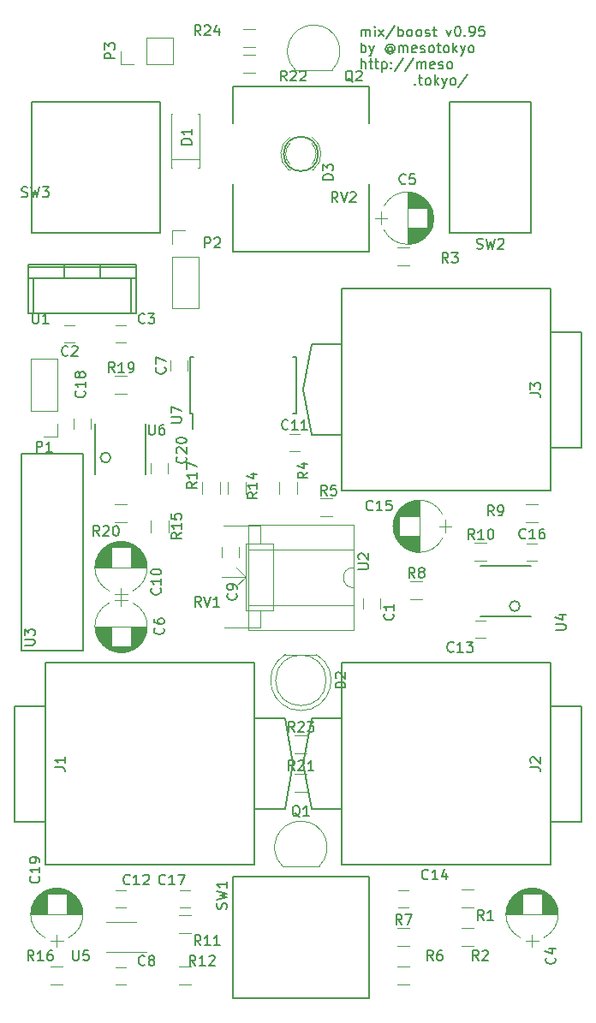
<source format=gto>
G04 #@! TF.FileFunction,Legend,Top*
%FSLAX46Y46*%
G04 Gerber Fmt 4.6, Leading zero omitted, Abs format (unit mm)*
G04 Created by KiCad (PCBNEW 4.0.1-stable) date 2017年08月20日日曜日 22:05:08*
%MOMM*%
G01*
G04 APERTURE LIST*
%ADD10C,0.100000*%
%ADD11C,0.200000*%
%ADD12C,0.150000*%
%ADD13C,0.120000*%
G04 APERTURE END LIST*
D10*
D11*
X134238095Y-95052381D02*
X134238095Y-94385714D01*
X134238095Y-94480952D02*
X134285714Y-94433333D01*
X134380952Y-94385714D01*
X134523810Y-94385714D01*
X134619048Y-94433333D01*
X134666667Y-94528571D01*
X134666667Y-95052381D01*
X134666667Y-94528571D02*
X134714286Y-94433333D01*
X134809524Y-94385714D01*
X134952381Y-94385714D01*
X135047619Y-94433333D01*
X135095238Y-94528571D01*
X135095238Y-95052381D01*
X135571428Y-95052381D02*
X135571428Y-94385714D01*
X135571428Y-94052381D02*
X135523809Y-94100000D01*
X135571428Y-94147619D01*
X135619047Y-94100000D01*
X135571428Y-94052381D01*
X135571428Y-94147619D01*
X135952380Y-95052381D02*
X136476190Y-94385714D01*
X135952380Y-94385714D02*
X136476190Y-95052381D01*
X137571428Y-94004762D02*
X136714285Y-95290476D01*
X137904761Y-95052381D02*
X137904761Y-94052381D01*
X137904761Y-94433333D02*
X137999999Y-94385714D01*
X138190476Y-94385714D01*
X138285714Y-94433333D01*
X138333333Y-94480952D01*
X138380952Y-94576190D01*
X138380952Y-94861905D01*
X138333333Y-94957143D01*
X138285714Y-95004762D01*
X138190476Y-95052381D01*
X137999999Y-95052381D01*
X137904761Y-95004762D01*
X138952380Y-95052381D02*
X138857142Y-95004762D01*
X138809523Y-94957143D01*
X138761904Y-94861905D01*
X138761904Y-94576190D01*
X138809523Y-94480952D01*
X138857142Y-94433333D01*
X138952380Y-94385714D01*
X139095238Y-94385714D01*
X139190476Y-94433333D01*
X139238095Y-94480952D01*
X139285714Y-94576190D01*
X139285714Y-94861905D01*
X139238095Y-94957143D01*
X139190476Y-95004762D01*
X139095238Y-95052381D01*
X138952380Y-95052381D01*
X139857142Y-95052381D02*
X139761904Y-95004762D01*
X139714285Y-94957143D01*
X139666666Y-94861905D01*
X139666666Y-94576190D01*
X139714285Y-94480952D01*
X139761904Y-94433333D01*
X139857142Y-94385714D01*
X140000000Y-94385714D01*
X140095238Y-94433333D01*
X140142857Y-94480952D01*
X140190476Y-94576190D01*
X140190476Y-94861905D01*
X140142857Y-94957143D01*
X140095238Y-95004762D01*
X140000000Y-95052381D01*
X139857142Y-95052381D01*
X140571428Y-95004762D02*
X140666666Y-95052381D01*
X140857142Y-95052381D01*
X140952381Y-95004762D01*
X141000000Y-94909524D01*
X141000000Y-94861905D01*
X140952381Y-94766667D01*
X140857142Y-94719048D01*
X140714285Y-94719048D01*
X140619047Y-94671429D01*
X140571428Y-94576190D01*
X140571428Y-94528571D01*
X140619047Y-94433333D01*
X140714285Y-94385714D01*
X140857142Y-94385714D01*
X140952381Y-94433333D01*
X141285714Y-94385714D02*
X141666666Y-94385714D01*
X141428571Y-94052381D02*
X141428571Y-94909524D01*
X141476190Y-95004762D01*
X141571428Y-95052381D01*
X141666666Y-95052381D01*
X142666667Y-94385714D02*
X142904762Y-95052381D01*
X143142858Y-94385714D01*
X143714286Y-94052381D02*
X143809525Y-94052381D01*
X143904763Y-94100000D01*
X143952382Y-94147619D01*
X144000001Y-94242857D01*
X144047620Y-94433333D01*
X144047620Y-94671429D01*
X144000001Y-94861905D01*
X143952382Y-94957143D01*
X143904763Y-95004762D01*
X143809525Y-95052381D01*
X143714286Y-95052381D01*
X143619048Y-95004762D01*
X143571429Y-94957143D01*
X143523810Y-94861905D01*
X143476191Y-94671429D01*
X143476191Y-94433333D01*
X143523810Y-94242857D01*
X143571429Y-94147619D01*
X143619048Y-94100000D01*
X143714286Y-94052381D01*
X144476191Y-94957143D02*
X144523810Y-95004762D01*
X144476191Y-95052381D01*
X144428572Y-95004762D01*
X144476191Y-94957143D01*
X144476191Y-95052381D01*
X145000000Y-95052381D02*
X145190476Y-95052381D01*
X145285715Y-95004762D01*
X145333334Y-94957143D01*
X145428572Y-94814286D01*
X145476191Y-94623810D01*
X145476191Y-94242857D01*
X145428572Y-94147619D01*
X145380953Y-94100000D01*
X145285715Y-94052381D01*
X145095238Y-94052381D01*
X145000000Y-94100000D01*
X144952381Y-94147619D01*
X144904762Y-94242857D01*
X144904762Y-94480952D01*
X144952381Y-94576190D01*
X145000000Y-94623810D01*
X145095238Y-94671429D01*
X145285715Y-94671429D01*
X145380953Y-94623810D01*
X145428572Y-94576190D01*
X145476191Y-94480952D01*
X146380953Y-94052381D02*
X145904762Y-94052381D01*
X145857143Y-94528571D01*
X145904762Y-94480952D01*
X146000000Y-94433333D01*
X146238096Y-94433333D01*
X146333334Y-94480952D01*
X146380953Y-94528571D01*
X146428572Y-94623810D01*
X146428572Y-94861905D01*
X146380953Y-94957143D01*
X146333334Y-95004762D01*
X146238096Y-95052381D01*
X146000000Y-95052381D01*
X145904762Y-95004762D01*
X145857143Y-94957143D01*
X134238095Y-96652381D02*
X134238095Y-95652381D01*
X134238095Y-96033333D02*
X134333333Y-95985714D01*
X134523810Y-95985714D01*
X134619048Y-96033333D01*
X134666667Y-96080952D01*
X134714286Y-96176190D01*
X134714286Y-96461905D01*
X134666667Y-96557143D01*
X134619048Y-96604762D01*
X134523810Y-96652381D01*
X134333333Y-96652381D01*
X134238095Y-96604762D01*
X135047619Y-95985714D02*
X135285714Y-96652381D01*
X135523810Y-95985714D02*
X135285714Y-96652381D01*
X135190476Y-96890476D01*
X135142857Y-96938095D01*
X135047619Y-96985714D01*
X137285715Y-96176190D02*
X137238096Y-96128571D01*
X137142858Y-96080952D01*
X137047620Y-96080952D01*
X136952382Y-96128571D01*
X136904762Y-96176190D01*
X136857143Y-96271429D01*
X136857143Y-96366667D01*
X136904762Y-96461905D01*
X136952382Y-96509524D01*
X137047620Y-96557143D01*
X137142858Y-96557143D01*
X137238096Y-96509524D01*
X137285715Y-96461905D01*
X137285715Y-96080952D02*
X137285715Y-96461905D01*
X137333334Y-96509524D01*
X137380953Y-96509524D01*
X137476191Y-96461905D01*
X137523810Y-96366667D01*
X137523810Y-96128571D01*
X137428572Y-95985714D01*
X137285715Y-95890476D01*
X137095239Y-95842857D01*
X136904762Y-95890476D01*
X136761905Y-95985714D01*
X136666667Y-96128571D01*
X136619048Y-96319048D01*
X136666667Y-96509524D01*
X136761905Y-96652381D01*
X136904762Y-96747619D01*
X137095239Y-96795238D01*
X137285715Y-96747619D01*
X137428572Y-96652381D01*
X137952381Y-96652381D02*
X137952381Y-95985714D01*
X137952381Y-96080952D02*
X138000000Y-96033333D01*
X138095238Y-95985714D01*
X138238096Y-95985714D01*
X138333334Y-96033333D01*
X138380953Y-96128571D01*
X138380953Y-96652381D01*
X138380953Y-96128571D02*
X138428572Y-96033333D01*
X138523810Y-95985714D01*
X138666667Y-95985714D01*
X138761905Y-96033333D01*
X138809524Y-96128571D01*
X138809524Y-96652381D01*
X139666667Y-96604762D02*
X139571429Y-96652381D01*
X139380952Y-96652381D01*
X139285714Y-96604762D01*
X139238095Y-96509524D01*
X139238095Y-96128571D01*
X139285714Y-96033333D01*
X139380952Y-95985714D01*
X139571429Y-95985714D01*
X139666667Y-96033333D01*
X139714286Y-96128571D01*
X139714286Y-96223810D01*
X139238095Y-96319048D01*
X140095238Y-96604762D02*
X140190476Y-96652381D01*
X140380952Y-96652381D01*
X140476191Y-96604762D01*
X140523810Y-96509524D01*
X140523810Y-96461905D01*
X140476191Y-96366667D01*
X140380952Y-96319048D01*
X140238095Y-96319048D01*
X140142857Y-96271429D01*
X140095238Y-96176190D01*
X140095238Y-96128571D01*
X140142857Y-96033333D01*
X140238095Y-95985714D01*
X140380952Y-95985714D01*
X140476191Y-96033333D01*
X141095238Y-96652381D02*
X141000000Y-96604762D01*
X140952381Y-96557143D01*
X140904762Y-96461905D01*
X140904762Y-96176190D01*
X140952381Y-96080952D01*
X141000000Y-96033333D01*
X141095238Y-95985714D01*
X141238096Y-95985714D01*
X141333334Y-96033333D01*
X141380953Y-96080952D01*
X141428572Y-96176190D01*
X141428572Y-96461905D01*
X141380953Y-96557143D01*
X141333334Y-96604762D01*
X141238096Y-96652381D01*
X141095238Y-96652381D01*
X141714286Y-95985714D02*
X142095238Y-95985714D01*
X141857143Y-95652381D02*
X141857143Y-96509524D01*
X141904762Y-96604762D01*
X142000000Y-96652381D01*
X142095238Y-96652381D01*
X142571429Y-96652381D02*
X142476191Y-96604762D01*
X142428572Y-96557143D01*
X142380953Y-96461905D01*
X142380953Y-96176190D01*
X142428572Y-96080952D01*
X142476191Y-96033333D01*
X142571429Y-95985714D01*
X142714287Y-95985714D01*
X142809525Y-96033333D01*
X142857144Y-96080952D01*
X142904763Y-96176190D01*
X142904763Y-96461905D01*
X142857144Y-96557143D01*
X142809525Y-96604762D01*
X142714287Y-96652381D01*
X142571429Y-96652381D01*
X143333334Y-96652381D02*
X143333334Y-95652381D01*
X143428572Y-96271429D02*
X143714287Y-96652381D01*
X143714287Y-95985714D02*
X143333334Y-96366667D01*
X144047620Y-95985714D02*
X144285715Y-96652381D01*
X144523811Y-95985714D02*
X144285715Y-96652381D01*
X144190477Y-96890476D01*
X144142858Y-96938095D01*
X144047620Y-96985714D01*
X145047620Y-96652381D02*
X144952382Y-96604762D01*
X144904763Y-96557143D01*
X144857144Y-96461905D01*
X144857144Y-96176190D01*
X144904763Y-96080952D01*
X144952382Y-96033333D01*
X145047620Y-95985714D01*
X145190478Y-95985714D01*
X145285716Y-96033333D01*
X145333335Y-96080952D01*
X145380954Y-96176190D01*
X145380954Y-96461905D01*
X145333335Y-96557143D01*
X145285716Y-96604762D01*
X145190478Y-96652381D01*
X145047620Y-96652381D01*
X134238095Y-98252381D02*
X134238095Y-97252381D01*
X134666667Y-98252381D02*
X134666667Y-97728571D01*
X134619048Y-97633333D01*
X134523810Y-97585714D01*
X134380952Y-97585714D01*
X134285714Y-97633333D01*
X134238095Y-97680952D01*
X135000000Y-97585714D02*
X135380952Y-97585714D01*
X135142857Y-97252381D02*
X135142857Y-98109524D01*
X135190476Y-98204762D01*
X135285714Y-98252381D01*
X135380952Y-98252381D01*
X135571429Y-97585714D02*
X135952381Y-97585714D01*
X135714286Y-97252381D02*
X135714286Y-98109524D01*
X135761905Y-98204762D01*
X135857143Y-98252381D01*
X135952381Y-98252381D01*
X136285715Y-97585714D02*
X136285715Y-98585714D01*
X136285715Y-97633333D02*
X136380953Y-97585714D01*
X136571430Y-97585714D01*
X136666668Y-97633333D01*
X136714287Y-97680952D01*
X136761906Y-97776190D01*
X136761906Y-98061905D01*
X136714287Y-98157143D01*
X136666668Y-98204762D01*
X136571430Y-98252381D01*
X136380953Y-98252381D01*
X136285715Y-98204762D01*
X137190477Y-98157143D02*
X137238096Y-98204762D01*
X137190477Y-98252381D01*
X137142858Y-98204762D01*
X137190477Y-98157143D01*
X137190477Y-98252381D01*
X137190477Y-97633333D02*
X137238096Y-97680952D01*
X137190477Y-97728571D01*
X137142858Y-97680952D01*
X137190477Y-97633333D01*
X137190477Y-97728571D01*
X138380953Y-97204762D02*
X137523810Y-98490476D01*
X139428572Y-97204762D02*
X138571429Y-98490476D01*
X139761905Y-98252381D02*
X139761905Y-97585714D01*
X139761905Y-97680952D02*
X139809524Y-97633333D01*
X139904762Y-97585714D01*
X140047620Y-97585714D01*
X140142858Y-97633333D01*
X140190477Y-97728571D01*
X140190477Y-98252381D01*
X140190477Y-97728571D02*
X140238096Y-97633333D01*
X140333334Y-97585714D01*
X140476191Y-97585714D01*
X140571429Y-97633333D01*
X140619048Y-97728571D01*
X140619048Y-98252381D01*
X141476191Y-98204762D02*
X141380953Y-98252381D01*
X141190476Y-98252381D01*
X141095238Y-98204762D01*
X141047619Y-98109524D01*
X141047619Y-97728571D01*
X141095238Y-97633333D01*
X141190476Y-97585714D01*
X141380953Y-97585714D01*
X141476191Y-97633333D01*
X141523810Y-97728571D01*
X141523810Y-97823810D01*
X141047619Y-97919048D01*
X141904762Y-98204762D02*
X142000000Y-98252381D01*
X142190476Y-98252381D01*
X142285715Y-98204762D01*
X142333334Y-98109524D01*
X142333334Y-98061905D01*
X142285715Y-97966667D01*
X142190476Y-97919048D01*
X142047619Y-97919048D01*
X141952381Y-97871429D01*
X141904762Y-97776190D01*
X141904762Y-97728571D01*
X141952381Y-97633333D01*
X142047619Y-97585714D01*
X142190476Y-97585714D01*
X142285715Y-97633333D01*
X142904762Y-98252381D02*
X142809524Y-98204762D01*
X142761905Y-98157143D01*
X142714286Y-98061905D01*
X142714286Y-97776190D01*
X142761905Y-97680952D01*
X142809524Y-97633333D01*
X142904762Y-97585714D01*
X143047620Y-97585714D01*
X143142858Y-97633333D01*
X143190477Y-97680952D01*
X143238096Y-97776190D01*
X143238096Y-98061905D01*
X143190477Y-98157143D01*
X143142858Y-98204762D01*
X143047620Y-98252381D01*
X142904762Y-98252381D01*
X139571430Y-99757143D02*
X139619049Y-99804762D01*
X139571430Y-99852381D01*
X139523811Y-99804762D01*
X139571430Y-99757143D01*
X139571430Y-99852381D01*
X139904763Y-99185714D02*
X140285715Y-99185714D01*
X140047620Y-98852381D02*
X140047620Y-99709524D01*
X140095239Y-99804762D01*
X140190477Y-99852381D01*
X140285715Y-99852381D01*
X140761906Y-99852381D02*
X140666668Y-99804762D01*
X140619049Y-99757143D01*
X140571430Y-99661905D01*
X140571430Y-99376190D01*
X140619049Y-99280952D01*
X140666668Y-99233333D01*
X140761906Y-99185714D01*
X140904764Y-99185714D01*
X141000002Y-99233333D01*
X141047621Y-99280952D01*
X141095240Y-99376190D01*
X141095240Y-99661905D01*
X141047621Y-99757143D01*
X141000002Y-99804762D01*
X140904764Y-99852381D01*
X140761906Y-99852381D01*
X141523811Y-99852381D02*
X141523811Y-98852381D01*
X141619049Y-99471429D02*
X141904764Y-99852381D01*
X141904764Y-99185714D02*
X141523811Y-99566667D01*
X142238097Y-99185714D02*
X142476192Y-99852381D01*
X142714288Y-99185714D02*
X142476192Y-99852381D01*
X142380954Y-100090476D01*
X142333335Y-100138095D01*
X142238097Y-100185714D01*
X143238097Y-99852381D02*
X143142859Y-99804762D01*
X143095240Y-99757143D01*
X143047621Y-99661905D01*
X143047621Y-99376190D01*
X143095240Y-99280952D01*
X143142859Y-99233333D01*
X143238097Y-99185714D01*
X143380955Y-99185714D01*
X143476193Y-99233333D01*
X143523812Y-99280952D01*
X143571431Y-99376190D01*
X143571431Y-99661905D01*
X143523812Y-99757143D01*
X143476193Y-99804762D01*
X143380955Y-99852381D01*
X143238097Y-99852381D01*
X144714288Y-98804762D02*
X143857145Y-100090476D01*
D12*
X129300000Y-134500000D02*
X128500000Y-130000000D01*
X128500000Y-130000000D02*
X129300000Y-125500000D01*
X132300000Y-134500000D02*
X129300000Y-134500000D01*
X129300000Y-125500000D02*
X132300000Y-125500000D01*
X153000000Y-135700000D02*
X156000000Y-135700000D01*
X156000000Y-135700000D02*
X156000000Y-124300000D01*
X153000000Y-124300000D02*
X156000000Y-124300000D01*
X132300000Y-140000000D02*
X132300000Y-120000000D01*
X132300000Y-120000000D02*
X153000000Y-120000000D01*
X153000000Y-120000000D02*
X153000000Y-140000000D01*
X153000000Y-140000000D02*
X132300000Y-140000000D01*
D13*
X141100722Y-111850277D02*
G75*
G03X136489420Y-111850000I-2305722J-1179723D01*
G01*
X141100722Y-114209723D02*
G75*
G02X136489420Y-114210000I-2305722J1179723D01*
G01*
X141100722Y-114209723D02*
G75*
G03X141100580Y-111850000I-2305722J1179723D01*
G01*
X138795000Y-110480000D02*
X138795000Y-115580000D01*
X138835000Y-110480000D02*
X138835000Y-112050000D01*
X138835000Y-114010000D02*
X138835000Y-115580000D01*
X138875000Y-110481000D02*
X138875000Y-112050000D01*
X138875000Y-114010000D02*
X138875000Y-115579000D01*
X138915000Y-110482000D02*
X138915000Y-112050000D01*
X138915000Y-114010000D02*
X138915000Y-115578000D01*
X138955000Y-110484000D02*
X138955000Y-112050000D01*
X138955000Y-114010000D02*
X138955000Y-115576000D01*
X138995000Y-110487000D02*
X138995000Y-112050000D01*
X138995000Y-114010000D02*
X138995000Y-115573000D01*
X139035000Y-110491000D02*
X139035000Y-112050000D01*
X139035000Y-114010000D02*
X139035000Y-115569000D01*
X139075000Y-110495000D02*
X139075000Y-112050000D01*
X139075000Y-114010000D02*
X139075000Y-115565000D01*
X139115000Y-110499000D02*
X139115000Y-112050000D01*
X139115000Y-114010000D02*
X139115000Y-115561000D01*
X139155000Y-110505000D02*
X139155000Y-112050000D01*
X139155000Y-114010000D02*
X139155000Y-115555000D01*
X139195000Y-110511000D02*
X139195000Y-112050000D01*
X139195000Y-114010000D02*
X139195000Y-115549000D01*
X139235000Y-110517000D02*
X139235000Y-112050000D01*
X139235000Y-114010000D02*
X139235000Y-115543000D01*
X139275000Y-110524000D02*
X139275000Y-112050000D01*
X139275000Y-114010000D02*
X139275000Y-115536000D01*
X139315000Y-110532000D02*
X139315000Y-112050000D01*
X139315000Y-114010000D02*
X139315000Y-115528000D01*
X139355000Y-110541000D02*
X139355000Y-112050000D01*
X139355000Y-114010000D02*
X139355000Y-115519000D01*
X139395000Y-110550000D02*
X139395000Y-112050000D01*
X139395000Y-114010000D02*
X139395000Y-115510000D01*
X139435000Y-110560000D02*
X139435000Y-112050000D01*
X139435000Y-114010000D02*
X139435000Y-115500000D01*
X139475000Y-110570000D02*
X139475000Y-112050000D01*
X139475000Y-114010000D02*
X139475000Y-115490000D01*
X139516000Y-110582000D02*
X139516000Y-112050000D01*
X139516000Y-114010000D02*
X139516000Y-115478000D01*
X139556000Y-110594000D02*
X139556000Y-112050000D01*
X139556000Y-114010000D02*
X139556000Y-115466000D01*
X139596000Y-110606000D02*
X139596000Y-112050000D01*
X139596000Y-114010000D02*
X139596000Y-115454000D01*
X139636000Y-110620000D02*
X139636000Y-112050000D01*
X139636000Y-114010000D02*
X139636000Y-115440000D01*
X139676000Y-110634000D02*
X139676000Y-112050000D01*
X139676000Y-114010000D02*
X139676000Y-115426000D01*
X139716000Y-110648000D02*
X139716000Y-112050000D01*
X139716000Y-114010000D02*
X139716000Y-115412000D01*
X139756000Y-110664000D02*
X139756000Y-112050000D01*
X139756000Y-114010000D02*
X139756000Y-115396000D01*
X139796000Y-110680000D02*
X139796000Y-112050000D01*
X139796000Y-114010000D02*
X139796000Y-115380000D01*
X139836000Y-110697000D02*
X139836000Y-112050000D01*
X139836000Y-114010000D02*
X139836000Y-115363000D01*
X139876000Y-110715000D02*
X139876000Y-112050000D01*
X139876000Y-114010000D02*
X139876000Y-115345000D01*
X139916000Y-110734000D02*
X139916000Y-112050000D01*
X139916000Y-114010000D02*
X139916000Y-115326000D01*
X139956000Y-110754000D02*
X139956000Y-112050000D01*
X139956000Y-114010000D02*
X139956000Y-115306000D01*
X139996000Y-110774000D02*
X139996000Y-112050000D01*
X139996000Y-114010000D02*
X139996000Y-115286000D01*
X140036000Y-110796000D02*
X140036000Y-112050000D01*
X140036000Y-114010000D02*
X140036000Y-115264000D01*
X140076000Y-110818000D02*
X140076000Y-112050000D01*
X140076000Y-114010000D02*
X140076000Y-115242000D01*
X140116000Y-110841000D02*
X140116000Y-112050000D01*
X140116000Y-114010000D02*
X140116000Y-115219000D01*
X140156000Y-110865000D02*
X140156000Y-112050000D01*
X140156000Y-114010000D02*
X140156000Y-115195000D01*
X140196000Y-110890000D02*
X140196000Y-112050000D01*
X140196000Y-114010000D02*
X140196000Y-115170000D01*
X140236000Y-110917000D02*
X140236000Y-112050000D01*
X140236000Y-114010000D02*
X140236000Y-115143000D01*
X140276000Y-110944000D02*
X140276000Y-112050000D01*
X140276000Y-114010000D02*
X140276000Y-115116000D01*
X140316000Y-110972000D02*
X140316000Y-112050000D01*
X140316000Y-114010000D02*
X140316000Y-115088000D01*
X140356000Y-111002000D02*
X140356000Y-112050000D01*
X140356000Y-114010000D02*
X140356000Y-115058000D01*
X140396000Y-111033000D02*
X140396000Y-112050000D01*
X140396000Y-114010000D02*
X140396000Y-115027000D01*
X140436000Y-111065000D02*
X140436000Y-112050000D01*
X140436000Y-114010000D02*
X140436000Y-114995000D01*
X140476000Y-111098000D02*
X140476000Y-112050000D01*
X140476000Y-114010000D02*
X140476000Y-114962000D01*
X140516000Y-111133000D02*
X140516000Y-112050000D01*
X140516000Y-114010000D02*
X140516000Y-114927000D01*
X140556000Y-111169000D02*
X140556000Y-112050000D01*
X140556000Y-114010000D02*
X140556000Y-114891000D01*
X140596000Y-111207000D02*
X140596000Y-112050000D01*
X140596000Y-114010000D02*
X140596000Y-114853000D01*
X140636000Y-111247000D02*
X140636000Y-112050000D01*
X140636000Y-114010000D02*
X140636000Y-114813000D01*
X140676000Y-111288000D02*
X140676000Y-112050000D01*
X140676000Y-114010000D02*
X140676000Y-114772000D01*
X140716000Y-111331000D02*
X140716000Y-112050000D01*
X140716000Y-114010000D02*
X140716000Y-114729000D01*
X140756000Y-111376000D02*
X140756000Y-112050000D01*
X140756000Y-114010000D02*
X140756000Y-114684000D01*
X140796000Y-111424000D02*
X140796000Y-114636000D01*
X140836000Y-111474000D02*
X140836000Y-114586000D01*
X140876000Y-111526000D02*
X140876000Y-114534000D01*
X140916000Y-111582000D02*
X140916000Y-114478000D01*
X140956000Y-111640000D02*
X140956000Y-114420000D01*
X140996000Y-111703000D02*
X140996000Y-114357000D01*
X141036000Y-111769000D02*
X141036000Y-114291000D01*
X141076000Y-111841000D02*
X141076000Y-114219000D01*
X141116000Y-111918000D02*
X141116000Y-114142000D01*
X141156000Y-112002000D02*
X141156000Y-114058000D01*
X141196000Y-112096000D02*
X141196000Y-113964000D01*
X141236000Y-112201000D02*
X141236000Y-113859000D01*
X141276000Y-112323000D02*
X141276000Y-113737000D01*
X141316000Y-112471000D02*
X141316000Y-113589000D01*
X141356000Y-112676000D02*
X141356000Y-113384000D01*
X135595000Y-113030000D02*
X136795000Y-113030000D01*
X136195000Y-112380000D02*
X136195000Y-113680000D01*
D12*
X121570000Y-109680000D02*
X121570000Y-116380000D01*
X121570000Y-116380000D02*
X134970000Y-116380000D01*
X134970000Y-116380000D02*
X134970000Y-109680000D01*
X121570000Y-103680000D02*
X121570000Y-99980000D01*
X121570000Y-99980000D02*
X134970000Y-99980000D01*
X134970000Y-99980000D02*
X134970000Y-103680000D01*
X129970000Y-106680000D02*
G75*
G03X129970000Y-106680000I-1700000J0D01*
G01*
X126700000Y-162500000D02*
X127500000Y-167000000D01*
X127500000Y-167000000D02*
X126700000Y-171500000D01*
X123700000Y-162500000D02*
X126700000Y-162500000D01*
X126700000Y-171500000D02*
X123700000Y-171500000D01*
X103000000Y-161300000D02*
X100000000Y-161300000D01*
X100000000Y-161300000D02*
X100000000Y-172700000D01*
X103000000Y-172700000D02*
X100000000Y-172700000D01*
X123700000Y-157000000D02*
X123700000Y-177000000D01*
X123700000Y-177000000D02*
X103000000Y-177000000D01*
X103000000Y-177000000D02*
X103000000Y-157000000D01*
X103000000Y-157000000D02*
X123700000Y-157000000D01*
X129300000Y-171500000D02*
X128500000Y-167000000D01*
X128500000Y-167000000D02*
X129300000Y-162500000D01*
X132300000Y-171500000D02*
X129300000Y-171500000D01*
X129300000Y-162500000D02*
X132300000Y-162500000D01*
X153000000Y-172700000D02*
X156000000Y-172700000D01*
X156000000Y-172700000D02*
X156000000Y-161300000D01*
X153000000Y-161300000D02*
X156000000Y-161300000D01*
X132300000Y-177000000D02*
X132300000Y-157000000D01*
X132300000Y-157000000D02*
X153000000Y-157000000D01*
X153000000Y-157000000D02*
X153000000Y-177000000D01*
X153000000Y-177000000D02*
X132300000Y-177000000D01*
D13*
X137664278Y-144689723D02*
G75*
G03X142275580Y-144690000I2305722J1179723D01*
G01*
X137664278Y-142330277D02*
G75*
G02X142275580Y-142330000I2305722J-1179723D01*
G01*
X137664278Y-142330277D02*
G75*
G03X137664420Y-144690000I2305722J-1179723D01*
G01*
X139970000Y-146060000D02*
X139970000Y-140960000D01*
X139930000Y-146060000D02*
X139930000Y-144490000D01*
X139930000Y-142530000D02*
X139930000Y-140960000D01*
X139890000Y-146059000D02*
X139890000Y-144490000D01*
X139890000Y-142530000D02*
X139890000Y-140961000D01*
X139850000Y-146058000D02*
X139850000Y-144490000D01*
X139850000Y-142530000D02*
X139850000Y-140962000D01*
X139810000Y-146056000D02*
X139810000Y-144490000D01*
X139810000Y-142530000D02*
X139810000Y-140964000D01*
X139770000Y-146053000D02*
X139770000Y-144490000D01*
X139770000Y-142530000D02*
X139770000Y-140967000D01*
X139730000Y-146049000D02*
X139730000Y-144490000D01*
X139730000Y-142530000D02*
X139730000Y-140971000D01*
X139690000Y-146045000D02*
X139690000Y-144490000D01*
X139690000Y-142530000D02*
X139690000Y-140975000D01*
X139650000Y-146041000D02*
X139650000Y-144490000D01*
X139650000Y-142530000D02*
X139650000Y-140979000D01*
X139610000Y-146035000D02*
X139610000Y-144490000D01*
X139610000Y-142530000D02*
X139610000Y-140985000D01*
X139570000Y-146029000D02*
X139570000Y-144490000D01*
X139570000Y-142530000D02*
X139570000Y-140991000D01*
X139530000Y-146023000D02*
X139530000Y-144490000D01*
X139530000Y-142530000D02*
X139530000Y-140997000D01*
X139490000Y-146016000D02*
X139490000Y-144490000D01*
X139490000Y-142530000D02*
X139490000Y-141004000D01*
X139450000Y-146008000D02*
X139450000Y-144490000D01*
X139450000Y-142530000D02*
X139450000Y-141012000D01*
X139410000Y-145999000D02*
X139410000Y-144490000D01*
X139410000Y-142530000D02*
X139410000Y-141021000D01*
X139370000Y-145990000D02*
X139370000Y-144490000D01*
X139370000Y-142530000D02*
X139370000Y-141030000D01*
X139330000Y-145980000D02*
X139330000Y-144490000D01*
X139330000Y-142530000D02*
X139330000Y-141040000D01*
X139290000Y-145970000D02*
X139290000Y-144490000D01*
X139290000Y-142530000D02*
X139290000Y-141050000D01*
X139249000Y-145958000D02*
X139249000Y-144490000D01*
X139249000Y-142530000D02*
X139249000Y-141062000D01*
X139209000Y-145946000D02*
X139209000Y-144490000D01*
X139209000Y-142530000D02*
X139209000Y-141074000D01*
X139169000Y-145934000D02*
X139169000Y-144490000D01*
X139169000Y-142530000D02*
X139169000Y-141086000D01*
X139129000Y-145920000D02*
X139129000Y-144490000D01*
X139129000Y-142530000D02*
X139129000Y-141100000D01*
X139089000Y-145906000D02*
X139089000Y-144490000D01*
X139089000Y-142530000D02*
X139089000Y-141114000D01*
X139049000Y-145892000D02*
X139049000Y-144490000D01*
X139049000Y-142530000D02*
X139049000Y-141128000D01*
X139009000Y-145876000D02*
X139009000Y-144490000D01*
X139009000Y-142530000D02*
X139009000Y-141144000D01*
X138969000Y-145860000D02*
X138969000Y-144490000D01*
X138969000Y-142530000D02*
X138969000Y-141160000D01*
X138929000Y-145843000D02*
X138929000Y-144490000D01*
X138929000Y-142530000D02*
X138929000Y-141177000D01*
X138889000Y-145825000D02*
X138889000Y-144490000D01*
X138889000Y-142530000D02*
X138889000Y-141195000D01*
X138849000Y-145806000D02*
X138849000Y-144490000D01*
X138849000Y-142530000D02*
X138849000Y-141214000D01*
X138809000Y-145786000D02*
X138809000Y-144490000D01*
X138809000Y-142530000D02*
X138809000Y-141234000D01*
X138769000Y-145766000D02*
X138769000Y-144490000D01*
X138769000Y-142530000D02*
X138769000Y-141254000D01*
X138729000Y-145744000D02*
X138729000Y-144490000D01*
X138729000Y-142530000D02*
X138729000Y-141276000D01*
X138689000Y-145722000D02*
X138689000Y-144490000D01*
X138689000Y-142530000D02*
X138689000Y-141298000D01*
X138649000Y-145699000D02*
X138649000Y-144490000D01*
X138649000Y-142530000D02*
X138649000Y-141321000D01*
X138609000Y-145675000D02*
X138609000Y-144490000D01*
X138609000Y-142530000D02*
X138609000Y-141345000D01*
X138569000Y-145650000D02*
X138569000Y-144490000D01*
X138569000Y-142530000D02*
X138569000Y-141370000D01*
X138529000Y-145623000D02*
X138529000Y-144490000D01*
X138529000Y-142530000D02*
X138529000Y-141397000D01*
X138489000Y-145596000D02*
X138489000Y-144490000D01*
X138489000Y-142530000D02*
X138489000Y-141424000D01*
X138449000Y-145568000D02*
X138449000Y-144490000D01*
X138449000Y-142530000D02*
X138449000Y-141452000D01*
X138409000Y-145538000D02*
X138409000Y-144490000D01*
X138409000Y-142530000D02*
X138409000Y-141482000D01*
X138369000Y-145507000D02*
X138369000Y-144490000D01*
X138369000Y-142530000D02*
X138369000Y-141513000D01*
X138329000Y-145475000D02*
X138329000Y-144490000D01*
X138329000Y-142530000D02*
X138329000Y-141545000D01*
X138289000Y-145442000D02*
X138289000Y-144490000D01*
X138289000Y-142530000D02*
X138289000Y-141578000D01*
X138249000Y-145407000D02*
X138249000Y-144490000D01*
X138249000Y-142530000D02*
X138249000Y-141613000D01*
X138209000Y-145371000D02*
X138209000Y-144490000D01*
X138209000Y-142530000D02*
X138209000Y-141649000D01*
X138169000Y-145333000D02*
X138169000Y-144490000D01*
X138169000Y-142530000D02*
X138169000Y-141687000D01*
X138129000Y-145293000D02*
X138129000Y-144490000D01*
X138129000Y-142530000D02*
X138129000Y-141727000D01*
X138089000Y-145252000D02*
X138089000Y-144490000D01*
X138089000Y-142530000D02*
X138089000Y-141768000D01*
X138049000Y-145209000D02*
X138049000Y-144490000D01*
X138049000Y-142530000D02*
X138049000Y-141811000D01*
X138009000Y-145164000D02*
X138009000Y-144490000D01*
X138009000Y-142530000D02*
X138009000Y-141856000D01*
X137969000Y-145116000D02*
X137969000Y-141904000D01*
X137929000Y-145066000D02*
X137929000Y-141954000D01*
X137889000Y-145014000D02*
X137889000Y-142006000D01*
X137849000Y-144958000D02*
X137849000Y-142062000D01*
X137809000Y-144900000D02*
X137809000Y-142120000D01*
X137769000Y-144837000D02*
X137769000Y-142183000D01*
X137729000Y-144771000D02*
X137729000Y-142249000D01*
X137689000Y-144699000D02*
X137689000Y-142321000D01*
X137649000Y-144622000D02*
X137649000Y-142398000D01*
X137609000Y-144538000D02*
X137609000Y-142482000D01*
X137569000Y-144444000D02*
X137569000Y-142576000D01*
X137529000Y-144339000D02*
X137529000Y-142681000D01*
X137489000Y-144217000D02*
X137489000Y-142803000D01*
X137449000Y-144069000D02*
X137449000Y-142951000D01*
X137409000Y-143864000D02*
X137409000Y-143156000D01*
X143170000Y-143510000D02*
X141970000Y-143510000D01*
X142570000Y-144160000D02*
X142570000Y-142860000D01*
X149950277Y-179574278D02*
G75*
G03X149950000Y-184185580I1179723J-2305722D01*
G01*
X152309723Y-179574278D02*
G75*
G02X152310000Y-184185580I-1179723J-2305722D01*
G01*
X152309723Y-179574278D02*
G75*
G03X149950000Y-179574420I-1179723J-2305722D01*
G01*
X148580000Y-181880000D02*
X153680000Y-181880000D01*
X148580000Y-181840000D02*
X150150000Y-181840000D01*
X152110000Y-181840000D02*
X153680000Y-181840000D01*
X148581000Y-181800000D02*
X150150000Y-181800000D01*
X152110000Y-181800000D02*
X153679000Y-181800000D01*
X148582000Y-181760000D02*
X150150000Y-181760000D01*
X152110000Y-181760000D02*
X153678000Y-181760000D01*
X148584000Y-181720000D02*
X150150000Y-181720000D01*
X152110000Y-181720000D02*
X153676000Y-181720000D01*
X148587000Y-181680000D02*
X150150000Y-181680000D01*
X152110000Y-181680000D02*
X153673000Y-181680000D01*
X148591000Y-181640000D02*
X150150000Y-181640000D01*
X152110000Y-181640000D02*
X153669000Y-181640000D01*
X148595000Y-181600000D02*
X150150000Y-181600000D01*
X152110000Y-181600000D02*
X153665000Y-181600000D01*
X148599000Y-181560000D02*
X150150000Y-181560000D01*
X152110000Y-181560000D02*
X153661000Y-181560000D01*
X148605000Y-181520000D02*
X150150000Y-181520000D01*
X152110000Y-181520000D02*
X153655000Y-181520000D01*
X148611000Y-181480000D02*
X150150000Y-181480000D01*
X152110000Y-181480000D02*
X153649000Y-181480000D01*
X148617000Y-181440000D02*
X150150000Y-181440000D01*
X152110000Y-181440000D02*
X153643000Y-181440000D01*
X148624000Y-181400000D02*
X150150000Y-181400000D01*
X152110000Y-181400000D02*
X153636000Y-181400000D01*
X148632000Y-181360000D02*
X150150000Y-181360000D01*
X152110000Y-181360000D02*
X153628000Y-181360000D01*
X148641000Y-181320000D02*
X150150000Y-181320000D01*
X152110000Y-181320000D02*
X153619000Y-181320000D01*
X148650000Y-181280000D02*
X150150000Y-181280000D01*
X152110000Y-181280000D02*
X153610000Y-181280000D01*
X148660000Y-181240000D02*
X150150000Y-181240000D01*
X152110000Y-181240000D02*
X153600000Y-181240000D01*
X148670000Y-181200000D02*
X150150000Y-181200000D01*
X152110000Y-181200000D02*
X153590000Y-181200000D01*
X148682000Y-181159000D02*
X150150000Y-181159000D01*
X152110000Y-181159000D02*
X153578000Y-181159000D01*
X148694000Y-181119000D02*
X150150000Y-181119000D01*
X152110000Y-181119000D02*
X153566000Y-181119000D01*
X148706000Y-181079000D02*
X150150000Y-181079000D01*
X152110000Y-181079000D02*
X153554000Y-181079000D01*
X148720000Y-181039000D02*
X150150000Y-181039000D01*
X152110000Y-181039000D02*
X153540000Y-181039000D01*
X148734000Y-180999000D02*
X150150000Y-180999000D01*
X152110000Y-180999000D02*
X153526000Y-180999000D01*
X148748000Y-180959000D02*
X150150000Y-180959000D01*
X152110000Y-180959000D02*
X153512000Y-180959000D01*
X148764000Y-180919000D02*
X150150000Y-180919000D01*
X152110000Y-180919000D02*
X153496000Y-180919000D01*
X148780000Y-180879000D02*
X150150000Y-180879000D01*
X152110000Y-180879000D02*
X153480000Y-180879000D01*
X148797000Y-180839000D02*
X150150000Y-180839000D01*
X152110000Y-180839000D02*
X153463000Y-180839000D01*
X148815000Y-180799000D02*
X150150000Y-180799000D01*
X152110000Y-180799000D02*
X153445000Y-180799000D01*
X148834000Y-180759000D02*
X150150000Y-180759000D01*
X152110000Y-180759000D02*
X153426000Y-180759000D01*
X148854000Y-180719000D02*
X150150000Y-180719000D01*
X152110000Y-180719000D02*
X153406000Y-180719000D01*
X148874000Y-180679000D02*
X150150000Y-180679000D01*
X152110000Y-180679000D02*
X153386000Y-180679000D01*
X148896000Y-180639000D02*
X150150000Y-180639000D01*
X152110000Y-180639000D02*
X153364000Y-180639000D01*
X148918000Y-180599000D02*
X150150000Y-180599000D01*
X152110000Y-180599000D02*
X153342000Y-180599000D01*
X148941000Y-180559000D02*
X150150000Y-180559000D01*
X152110000Y-180559000D02*
X153319000Y-180559000D01*
X148965000Y-180519000D02*
X150150000Y-180519000D01*
X152110000Y-180519000D02*
X153295000Y-180519000D01*
X148990000Y-180479000D02*
X150150000Y-180479000D01*
X152110000Y-180479000D02*
X153270000Y-180479000D01*
X149017000Y-180439000D02*
X150150000Y-180439000D01*
X152110000Y-180439000D02*
X153243000Y-180439000D01*
X149044000Y-180399000D02*
X150150000Y-180399000D01*
X152110000Y-180399000D02*
X153216000Y-180399000D01*
X149072000Y-180359000D02*
X150150000Y-180359000D01*
X152110000Y-180359000D02*
X153188000Y-180359000D01*
X149102000Y-180319000D02*
X150150000Y-180319000D01*
X152110000Y-180319000D02*
X153158000Y-180319000D01*
X149133000Y-180279000D02*
X150150000Y-180279000D01*
X152110000Y-180279000D02*
X153127000Y-180279000D01*
X149165000Y-180239000D02*
X150150000Y-180239000D01*
X152110000Y-180239000D02*
X153095000Y-180239000D01*
X149198000Y-180199000D02*
X150150000Y-180199000D01*
X152110000Y-180199000D02*
X153062000Y-180199000D01*
X149233000Y-180159000D02*
X150150000Y-180159000D01*
X152110000Y-180159000D02*
X153027000Y-180159000D01*
X149269000Y-180119000D02*
X150150000Y-180119000D01*
X152110000Y-180119000D02*
X152991000Y-180119000D01*
X149307000Y-180079000D02*
X150150000Y-180079000D01*
X152110000Y-180079000D02*
X152953000Y-180079000D01*
X149347000Y-180039000D02*
X150150000Y-180039000D01*
X152110000Y-180039000D02*
X152913000Y-180039000D01*
X149388000Y-179999000D02*
X150150000Y-179999000D01*
X152110000Y-179999000D02*
X152872000Y-179999000D01*
X149431000Y-179959000D02*
X150150000Y-179959000D01*
X152110000Y-179959000D02*
X152829000Y-179959000D01*
X149476000Y-179919000D02*
X150150000Y-179919000D01*
X152110000Y-179919000D02*
X152784000Y-179919000D01*
X149524000Y-179879000D02*
X152736000Y-179879000D01*
X149574000Y-179839000D02*
X152686000Y-179839000D01*
X149626000Y-179799000D02*
X152634000Y-179799000D01*
X149682000Y-179759000D02*
X152578000Y-179759000D01*
X149740000Y-179719000D02*
X152520000Y-179719000D01*
X149803000Y-179679000D02*
X152457000Y-179679000D01*
X149869000Y-179639000D02*
X152391000Y-179639000D01*
X149941000Y-179599000D02*
X152319000Y-179599000D01*
X150018000Y-179559000D02*
X152242000Y-179559000D01*
X150102000Y-179519000D02*
X152158000Y-179519000D01*
X150196000Y-179479000D02*
X152064000Y-179479000D01*
X150301000Y-179439000D02*
X151959000Y-179439000D01*
X150423000Y-179399000D02*
X151837000Y-179399000D01*
X150571000Y-179359000D02*
X151689000Y-179359000D01*
X150776000Y-179319000D02*
X151484000Y-179319000D01*
X151130000Y-185080000D02*
X151130000Y-183880000D01*
X150480000Y-184480000D02*
X151780000Y-184480000D01*
X136105000Y-151630000D02*
X136105000Y-150630000D01*
X134405000Y-150630000D02*
X134405000Y-151630000D01*
X104910000Y-125310000D02*
X105910000Y-125310000D01*
X105910000Y-123610000D02*
X104910000Y-123610000D01*
X110990000Y-123610000D02*
X109990000Y-123610000D01*
X109990000Y-125310000D02*
X110990000Y-125310000D01*
X111669723Y-155705722D02*
G75*
G03X111670000Y-151094420I-1179723J2305722D01*
G01*
X109310277Y-155705722D02*
G75*
G02X109310000Y-151094420I1179723J2305722D01*
G01*
X109310277Y-155705722D02*
G75*
G03X111670000Y-155705580I1179723J2305722D01*
G01*
X113040000Y-153400000D02*
X107940000Y-153400000D01*
X113040000Y-153440000D02*
X111470000Y-153440000D01*
X109510000Y-153440000D02*
X107940000Y-153440000D01*
X113039000Y-153480000D02*
X111470000Y-153480000D01*
X109510000Y-153480000D02*
X107941000Y-153480000D01*
X113038000Y-153520000D02*
X111470000Y-153520000D01*
X109510000Y-153520000D02*
X107942000Y-153520000D01*
X113036000Y-153560000D02*
X111470000Y-153560000D01*
X109510000Y-153560000D02*
X107944000Y-153560000D01*
X113033000Y-153600000D02*
X111470000Y-153600000D01*
X109510000Y-153600000D02*
X107947000Y-153600000D01*
X113029000Y-153640000D02*
X111470000Y-153640000D01*
X109510000Y-153640000D02*
X107951000Y-153640000D01*
X113025000Y-153680000D02*
X111470000Y-153680000D01*
X109510000Y-153680000D02*
X107955000Y-153680000D01*
X113021000Y-153720000D02*
X111470000Y-153720000D01*
X109510000Y-153720000D02*
X107959000Y-153720000D01*
X113015000Y-153760000D02*
X111470000Y-153760000D01*
X109510000Y-153760000D02*
X107965000Y-153760000D01*
X113009000Y-153800000D02*
X111470000Y-153800000D01*
X109510000Y-153800000D02*
X107971000Y-153800000D01*
X113003000Y-153840000D02*
X111470000Y-153840000D01*
X109510000Y-153840000D02*
X107977000Y-153840000D01*
X112996000Y-153880000D02*
X111470000Y-153880000D01*
X109510000Y-153880000D02*
X107984000Y-153880000D01*
X112988000Y-153920000D02*
X111470000Y-153920000D01*
X109510000Y-153920000D02*
X107992000Y-153920000D01*
X112979000Y-153960000D02*
X111470000Y-153960000D01*
X109510000Y-153960000D02*
X108001000Y-153960000D01*
X112970000Y-154000000D02*
X111470000Y-154000000D01*
X109510000Y-154000000D02*
X108010000Y-154000000D01*
X112960000Y-154040000D02*
X111470000Y-154040000D01*
X109510000Y-154040000D02*
X108020000Y-154040000D01*
X112950000Y-154080000D02*
X111470000Y-154080000D01*
X109510000Y-154080000D02*
X108030000Y-154080000D01*
X112938000Y-154121000D02*
X111470000Y-154121000D01*
X109510000Y-154121000D02*
X108042000Y-154121000D01*
X112926000Y-154161000D02*
X111470000Y-154161000D01*
X109510000Y-154161000D02*
X108054000Y-154161000D01*
X112914000Y-154201000D02*
X111470000Y-154201000D01*
X109510000Y-154201000D02*
X108066000Y-154201000D01*
X112900000Y-154241000D02*
X111470000Y-154241000D01*
X109510000Y-154241000D02*
X108080000Y-154241000D01*
X112886000Y-154281000D02*
X111470000Y-154281000D01*
X109510000Y-154281000D02*
X108094000Y-154281000D01*
X112872000Y-154321000D02*
X111470000Y-154321000D01*
X109510000Y-154321000D02*
X108108000Y-154321000D01*
X112856000Y-154361000D02*
X111470000Y-154361000D01*
X109510000Y-154361000D02*
X108124000Y-154361000D01*
X112840000Y-154401000D02*
X111470000Y-154401000D01*
X109510000Y-154401000D02*
X108140000Y-154401000D01*
X112823000Y-154441000D02*
X111470000Y-154441000D01*
X109510000Y-154441000D02*
X108157000Y-154441000D01*
X112805000Y-154481000D02*
X111470000Y-154481000D01*
X109510000Y-154481000D02*
X108175000Y-154481000D01*
X112786000Y-154521000D02*
X111470000Y-154521000D01*
X109510000Y-154521000D02*
X108194000Y-154521000D01*
X112766000Y-154561000D02*
X111470000Y-154561000D01*
X109510000Y-154561000D02*
X108214000Y-154561000D01*
X112746000Y-154601000D02*
X111470000Y-154601000D01*
X109510000Y-154601000D02*
X108234000Y-154601000D01*
X112724000Y-154641000D02*
X111470000Y-154641000D01*
X109510000Y-154641000D02*
X108256000Y-154641000D01*
X112702000Y-154681000D02*
X111470000Y-154681000D01*
X109510000Y-154681000D02*
X108278000Y-154681000D01*
X112679000Y-154721000D02*
X111470000Y-154721000D01*
X109510000Y-154721000D02*
X108301000Y-154721000D01*
X112655000Y-154761000D02*
X111470000Y-154761000D01*
X109510000Y-154761000D02*
X108325000Y-154761000D01*
X112630000Y-154801000D02*
X111470000Y-154801000D01*
X109510000Y-154801000D02*
X108350000Y-154801000D01*
X112603000Y-154841000D02*
X111470000Y-154841000D01*
X109510000Y-154841000D02*
X108377000Y-154841000D01*
X112576000Y-154881000D02*
X111470000Y-154881000D01*
X109510000Y-154881000D02*
X108404000Y-154881000D01*
X112548000Y-154921000D02*
X111470000Y-154921000D01*
X109510000Y-154921000D02*
X108432000Y-154921000D01*
X112518000Y-154961000D02*
X111470000Y-154961000D01*
X109510000Y-154961000D02*
X108462000Y-154961000D01*
X112487000Y-155001000D02*
X111470000Y-155001000D01*
X109510000Y-155001000D02*
X108493000Y-155001000D01*
X112455000Y-155041000D02*
X111470000Y-155041000D01*
X109510000Y-155041000D02*
X108525000Y-155041000D01*
X112422000Y-155081000D02*
X111470000Y-155081000D01*
X109510000Y-155081000D02*
X108558000Y-155081000D01*
X112387000Y-155121000D02*
X111470000Y-155121000D01*
X109510000Y-155121000D02*
X108593000Y-155121000D01*
X112351000Y-155161000D02*
X111470000Y-155161000D01*
X109510000Y-155161000D02*
X108629000Y-155161000D01*
X112313000Y-155201000D02*
X111470000Y-155201000D01*
X109510000Y-155201000D02*
X108667000Y-155201000D01*
X112273000Y-155241000D02*
X111470000Y-155241000D01*
X109510000Y-155241000D02*
X108707000Y-155241000D01*
X112232000Y-155281000D02*
X111470000Y-155281000D01*
X109510000Y-155281000D02*
X108748000Y-155281000D01*
X112189000Y-155321000D02*
X111470000Y-155321000D01*
X109510000Y-155321000D02*
X108791000Y-155321000D01*
X112144000Y-155361000D02*
X111470000Y-155361000D01*
X109510000Y-155361000D02*
X108836000Y-155361000D01*
X112096000Y-155401000D02*
X108884000Y-155401000D01*
X112046000Y-155441000D02*
X108934000Y-155441000D01*
X111994000Y-155481000D02*
X108986000Y-155481000D01*
X111938000Y-155521000D02*
X109042000Y-155521000D01*
X111880000Y-155561000D02*
X109100000Y-155561000D01*
X111817000Y-155601000D02*
X109163000Y-155601000D01*
X111751000Y-155641000D02*
X109229000Y-155641000D01*
X111679000Y-155681000D02*
X109301000Y-155681000D01*
X111602000Y-155721000D02*
X109378000Y-155721000D01*
X111518000Y-155761000D02*
X109462000Y-155761000D01*
X111424000Y-155801000D02*
X109556000Y-155801000D01*
X111319000Y-155841000D02*
X109661000Y-155841000D01*
X111197000Y-155881000D02*
X109783000Y-155881000D01*
X111049000Y-155921000D02*
X109931000Y-155921000D01*
X110844000Y-155961000D02*
X110136000Y-155961000D01*
X110490000Y-150200000D02*
X110490000Y-151400000D01*
X111140000Y-150800000D02*
X109840000Y-150800000D01*
X115355000Y-127135000D02*
X115355000Y-128135000D01*
X117055000Y-128135000D02*
X117055000Y-127135000D01*
X109990000Y-188810000D02*
X110990000Y-188810000D01*
X110990000Y-187110000D02*
X109990000Y-187110000D01*
X120435000Y-145550000D02*
X120435000Y-146550000D01*
X122135000Y-146550000D02*
X122135000Y-145550000D01*
X109310277Y-145284278D02*
G75*
G03X109310000Y-149895580I1179723J-2305722D01*
G01*
X111669723Y-145284278D02*
G75*
G02X111670000Y-149895580I-1179723J-2305722D01*
G01*
X111669723Y-145284278D02*
G75*
G03X109310000Y-145284420I-1179723J-2305722D01*
G01*
X107940000Y-147590000D02*
X113040000Y-147590000D01*
X107940000Y-147550000D02*
X109510000Y-147550000D01*
X111470000Y-147550000D02*
X113040000Y-147550000D01*
X107941000Y-147510000D02*
X109510000Y-147510000D01*
X111470000Y-147510000D02*
X113039000Y-147510000D01*
X107942000Y-147470000D02*
X109510000Y-147470000D01*
X111470000Y-147470000D02*
X113038000Y-147470000D01*
X107944000Y-147430000D02*
X109510000Y-147430000D01*
X111470000Y-147430000D02*
X113036000Y-147430000D01*
X107947000Y-147390000D02*
X109510000Y-147390000D01*
X111470000Y-147390000D02*
X113033000Y-147390000D01*
X107951000Y-147350000D02*
X109510000Y-147350000D01*
X111470000Y-147350000D02*
X113029000Y-147350000D01*
X107955000Y-147310000D02*
X109510000Y-147310000D01*
X111470000Y-147310000D02*
X113025000Y-147310000D01*
X107959000Y-147270000D02*
X109510000Y-147270000D01*
X111470000Y-147270000D02*
X113021000Y-147270000D01*
X107965000Y-147230000D02*
X109510000Y-147230000D01*
X111470000Y-147230000D02*
X113015000Y-147230000D01*
X107971000Y-147190000D02*
X109510000Y-147190000D01*
X111470000Y-147190000D02*
X113009000Y-147190000D01*
X107977000Y-147150000D02*
X109510000Y-147150000D01*
X111470000Y-147150000D02*
X113003000Y-147150000D01*
X107984000Y-147110000D02*
X109510000Y-147110000D01*
X111470000Y-147110000D02*
X112996000Y-147110000D01*
X107992000Y-147070000D02*
X109510000Y-147070000D01*
X111470000Y-147070000D02*
X112988000Y-147070000D01*
X108001000Y-147030000D02*
X109510000Y-147030000D01*
X111470000Y-147030000D02*
X112979000Y-147030000D01*
X108010000Y-146990000D02*
X109510000Y-146990000D01*
X111470000Y-146990000D02*
X112970000Y-146990000D01*
X108020000Y-146950000D02*
X109510000Y-146950000D01*
X111470000Y-146950000D02*
X112960000Y-146950000D01*
X108030000Y-146910000D02*
X109510000Y-146910000D01*
X111470000Y-146910000D02*
X112950000Y-146910000D01*
X108042000Y-146869000D02*
X109510000Y-146869000D01*
X111470000Y-146869000D02*
X112938000Y-146869000D01*
X108054000Y-146829000D02*
X109510000Y-146829000D01*
X111470000Y-146829000D02*
X112926000Y-146829000D01*
X108066000Y-146789000D02*
X109510000Y-146789000D01*
X111470000Y-146789000D02*
X112914000Y-146789000D01*
X108080000Y-146749000D02*
X109510000Y-146749000D01*
X111470000Y-146749000D02*
X112900000Y-146749000D01*
X108094000Y-146709000D02*
X109510000Y-146709000D01*
X111470000Y-146709000D02*
X112886000Y-146709000D01*
X108108000Y-146669000D02*
X109510000Y-146669000D01*
X111470000Y-146669000D02*
X112872000Y-146669000D01*
X108124000Y-146629000D02*
X109510000Y-146629000D01*
X111470000Y-146629000D02*
X112856000Y-146629000D01*
X108140000Y-146589000D02*
X109510000Y-146589000D01*
X111470000Y-146589000D02*
X112840000Y-146589000D01*
X108157000Y-146549000D02*
X109510000Y-146549000D01*
X111470000Y-146549000D02*
X112823000Y-146549000D01*
X108175000Y-146509000D02*
X109510000Y-146509000D01*
X111470000Y-146509000D02*
X112805000Y-146509000D01*
X108194000Y-146469000D02*
X109510000Y-146469000D01*
X111470000Y-146469000D02*
X112786000Y-146469000D01*
X108214000Y-146429000D02*
X109510000Y-146429000D01*
X111470000Y-146429000D02*
X112766000Y-146429000D01*
X108234000Y-146389000D02*
X109510000Y-146389000D01*
X111470000Y-146389000D02*
X112746000Y-146389000D01*
X108256000Y-146349000D02*
X109510000Y-146349000D01*
X111470000Y-146349000D02*
X112724000Y-146349000D01*
X108278000Y-146309000D02*
X109510000Y-146309000D01*
X111470000Y-146309000D02*
X112702000Y-146309000D01*
X108301000Y-146269000D02*
X109510000Y-146269000D01*
X111470000Y-146269000D02*
X112679000Y-146269000D01*
X108325000Y-146229000D02*
X109510000Y-146229000D01*
X111470000Y-146229000D02*
X112655000Y-146229000D01*
X108350000Y-146189000D02*
X109510000Y-146189000D01*
X111470000Y-146189000D02*
X112630000Y-146189000D01*
X108377000Y-146149000D02*
X109510000Y-146149000D01*
X111470000Y-146149000D02*
X112603000Y-146149000D01*
X108404000Y-146109000D02*
X109510000Y-146109000D01*
X111470000Y-146109000D02*
X112576000Y-146109000D01*
X108432000Y-146069000D02*
X109510000Y-146069000D01*
X111470000Y-146069000D02*
X112548000Y-146069000D01*
X108462000Y-146029000D02*
X109510000Y-146029000D01*
X111470000Y-146029000D02*
X112518000Y-146029000D01*
X108493000Y-145989000D02*
X109510000Y-145989000D01*
X111470000Y-145989000D02*
X112487000Y-145989000D01*
X108525000Y-145949000D02*
X109510000Y-145949000D01*
X111470000Y-145949000D02*
X112455000Y-145949000D01*
X108558000Y-145909000D02*
X109510000Y-145909000D01*
X111470000Y-145909000D02*
X112422000Y-145909000D01*
X108593000Y-145869000D02*
X109510000Y-145869000D01*
X111470000Y-145869000D02*
X112387000Y-145869000D01*
X108629000Y-145829000D02*
X109510000Y-145829000D01*
X111470000Y-145829000D02*
X112351000Y-145829000D01*
X108667000Y-145789000D02*
X109510000Y-145789000D01*
X111470000Y-145789000D02*
X112313000Y-145789000D01*
X108707000Y-145749000D02*
X109510000Y-145749000D01*
X111470000Y-145749000D02*
X112273000Y-145749000D01*
X108748000Y-145709000D02*
X109510000Y-145709000D01*
X111470000Y-145709000D02*
X112232000Y-145709000D01*
X108791000Y-145669000D02*
X109510000Y-145669000D01*
X111470000Y-145669000D02*
X112189000Y-145669000D01*
X108836000Y-145629000D02*
X109510000Y-145629000D01*
X111470000Y-145629000D02*
X112144000Y-145629000D01*
X108884000Y-145589000D02*
X112096000Y-145589000D01*
X108934000Y-145549000D02*
X112046000Y-145549000D01*
X108986000Y-145509000D02*
X111994000Y-145509000D01*
X109042000Y-145469000D02*
X111938000Y-145469000D01*
X109100000Y-145429000D02*
X111880000Y-145429000D01*
X109163000Y-145389000D02*
X111817000Y-145389000D01*
X109229000Y-145349000D02*
X111751000Y-145349000D01*
X109301000Y-145309000D02*
X111679000Y-145309000D01*
X109378000Y-145269000D02*
X111602000Y-145269000D01*
X109462000Y-145229000D02*
X111518000Y-145229000D01*
X109556000Y-145189000D02*
X111424000Y-145189000D01*
X109661000Y-145149000D02*
X111319000Y-145149000D01*
X109783000Y-145109000D02*
X111197000Y-145109000D01*
X109931000Y-145069000D02*
X111049000Y-145069000D01*
X110136000Y-145029000D02*
X110844000Y-145029000D01*
X110490000Y-150790000D02*
X110490000Y-149590000D01*
X109840000Y-150190000D02*
X111140000Y-150190000D01*
X128135000Y-134405000D02*
X127135000Y-134405000D01*
X127135000Y-136105000D02*
X128135000Y-136105000D01*
X110990000Y-179490000D02*
X109990000Y-179490000D01*
X109990000Y-181190000D02*
X110990000Y-181190000D01*
X145550000Y-154520000D02*
X146550000Y-154520000D01*
X146550000Y-152820000D02*
X145550000Y-152820000D01*
X138930000Y-179490000D02*
X137930000Y-179490000D01*
X137930000Y-181190000D02*
X138930000Y-181190000D01*
X151630000Y-145200000D02*
X150630000Y-145200000D01*
X150630000Y-146900000D02*
X151630000Y-146900000D01*
X116340000Y-181190000D02*
X117340000Y-181190000D01*
X117340000Y-179490000D02*
X116340000Y-179490000D01*
X105830000Y-132850000D02*
X105830000Y-133850000D01*
X107530000Y-133850000D02*
X107530000Y-132850000D01*
X102960277Y-179574278D02*
G75*
G03X102960000Y-184185580I1179723J-2305722D01*
G01*
X105319723Y-179574278D02*
G75*
G02X105320000Y-184185580I-1179723J-2305722D01*
G01*
X105319723Y-179574278D02*
G75*
G03X102960000Y-179574420I-1179723J-2305722D01*
G01*
X101590000Y-181880000D02*
X106690000Y-181880000D01*
X101590000Y-181840000D02*
X103160000Y-181840000D01*
X105120000Y-181840000D02*
X106690000Y-181840000D01*
X101591000Y-181800000D02*
X103160000Y-181800000D01*
X105120000Y-181800000D02*
X106689000Y-181800000D01*
X101592000Y-181760000D02*
X103160000Y-181760000D01*
X105120000Y-181760000D02*
X106688000Y-181760000D01*
X101594000Y-181720000D02*
X103160000Y-181720000D01*
X105120000Y-181720000D02*
X106686000Y-181720000D01*
X101597000Y-181680000D02*
X103160000Y-181680000D01*
X105120000Y-181680000D02*
X106683000Y-181680000D01*
X101601000Y-181640000D02*
X103160000Y-181640000D01*
X105120000Y-181640000D02*
X106679000Y-181640000D01*
X101605000Y-181600000D02*
X103160000Y-181600000D01*
X105120000Y-181600000D02*
X106675000Y-181600000D01*
X101609000Y-181560000D02*
X103160000Y-181560000D01*
X105120000Y-181560000D02*
X106671000Y-181560000D01*
X101615000Y-181520000D02*
X103160000Y-181520000D01*
X105120000Y-181520000D02*
X106665000Y-181520000D01*
X101621000Y-181480000D02*
X103160000Y-181480000D01*
X105120000Y-181480000D02*
X106659000Y-181480000D01*
X101627000Y-181440000D02*
X103160000Y-181440000D01*
X105120000Y-181440000D02*
X106653000Y-181440000D01*
X101634000Y-181400000D02*
X103160000Y-181400000D01*
X105120000Y-181400000D02*
X106646000Y-181400000D01*
X101642000Y-181360000D02*
X103160000Y-181360000D01*
X105120000Y-181360000D02*
X106638000Y-181360000D01*
X101651000Y-181320000D02*
X103160000Y-181320000D01*
X105120000Y-181320000D02*
X106629000Y-181320000D01*
X101660000Y-181280000D02*
X103160000Y-181280000D01*
X105120000Y-181280000D02*
X106620000Y-181280000D01*
X101670000Y-181240000D02*
X103160000Y-181240000D01*
X105120000Y-181240000D02*
X106610000Y-181240000D01*
X101680000Y-181200000D02*
X103160000Y-181200000D01*
X105120000Y-181200000D02*
X106600000Y-181200000D01*
X101692000Y-181159000D02*
X103160000Y-181159000D01*
X105120000Y-181159000D02*
X106588000Y-181159000D01*
X101704000Y-181119000D02*
X103160000Y-181119000D01*
X105120000Y-181119000D02*
X106576000Y-181119000D01*
X101716000Y-181079000D02*
X103160000Y-181079000D01*
X105120000Y-181079000D02*
X106564000Y-181079000D01*
X101730000Y-181039000D02*
X103160000Y-181039000D01*
X105120000Y-181039000D02*
X106550000Y-181039000D01*
X101744000Y-180999000D02*
X103160000Y-180999000D01*
X105120000Y-180999000D02*
X106536000Y-180999000D01*
X101758000Y-180959000D02*
X103160000Y-180959000D01*
X105120000Y-180959000D02*
X106522000Y-180959000D01*
X101774000Y-180919000D02*
X103160000Y-180919000D01*
X105120000Y-180919000D02*
X106506000Y-180919000D01*
X101790000Y-180879000D02*
X103160000Y-180879000D01*
X105120000Y-180879000D02*
X106490000Y-180879000D01*
X101807000Y-180839000D02*
X103160000Y-180839000D01*
X105120000Y-180839000D02*
X106473000Y-180839000D01*
X101825000Y-180799000D02*
X103160000Y-180799000D01*
X105120000Y-180799000D02*
X106455000Y-180799000D01*
X101844000Y-180759000D02*
X103160000Y-180759000D01*
X105120000Y-180759000D02*
X106436000Y-180759000D01*
X101864000Y-180719000D02*
X103160000Y-180719000D01*
X105120000Y-180719000D02*
X106416000Y-180719000D01*
X101884000Y-180679000D02*
X103160000Y-180679000D01*
X105120000Y-180679000D02*
X106396000Y-180679000D01*
X101906000Y-180639000D02*
X103160000Y-180639000D01*
X105120000Y-180639000D02*
X106374000Y-180639000D01*
X101928000Y-180599000D02*
X103160000Y-180599000D01*
X105120000Y-180599000D02*
X106352000Y-180599000D01*
X101951000Y-180559000D02*
X103160000Y-180559000D01*
X105120000Y-180559000D02*
X106329000Y-180559000D01*
X101975000Y-180519000D02*
X103160000Y-180519000D01*
X105120000Y-180519000D02*
X106305000Y-180519000D01*
X102000000Y-180479000D02*
X103160000Y-180479000D01*
X105120000Y-180479000D02*
X106280000Y-180479000D01*
X102027000Y-180439000D02*
X103160000Y-180439000D01*
X105120000Y-180439000D02*
X106253000Y-180439000D01*
X102054000Y-180399000D02*
X103160000Y-180399000D01*
X105120000Y-180399000D02*
X106226000Y-180399000D01*
X102082000Y-180359000D02*
X103160000Y-180359000D01*
X105120000Y-180359000D02*
X106198000Y-180359000D01*
X102112000Y-180319000D02*
X103160000Y-180319000D01*
X105120000Y-180319000D02*
X106168000Y-180319000D01*
X102143000Y-180279000D02*
X103160000Y-180279000D01*
X105120000Y-180279000D02*
X106137000Y-180279000D01*
X102175000Y-180239000D02*
X103160000Y-180239000D01*
X105120000Y-180239000D02*
X106105000Y-180239000D01*
X102208000Y-180199000D02*
X103160000Y-180199000D01*
X105120000Y-180199000D02*
X106072000Y-180199000D01*
X102243000Y-180159000D02*
X103160000Y-180159000D01*
X105120000Y-180159000D02*
X106037000Y-180159000D01*
X102279000Y-180119000D02*
X103160000Y-180119000D01*
X105120000Y-180119000D02*
X106001000Y-180119000D01*
X102317000Y-180079000D02*
X103160000Y-180079000D01*
X105120000Y-180079000D02*
X105963000Y-180079000D01*
X102357000Y-180039000D02*
X103160000Y-180039000D01*
X105120000Y-180039000D02*
X105923000Y-180039000D01*
X102398000Y-179999000D02*
X103160000Y-179999000D01*
X105120000Y-179999000D02*
X105882000Y-179999000D01*
X102441000Y-179959000D02*
X103160000Y-179959000D01*
X105120000Y-179959000D02*
X105839000Y-179959000D01*
X102486000Y-179919000D02*
X103160000Y-179919000D01*
X105120000Y-179919000D02*
X105794000Y-179919000D01*
X102534000Y-179879000D02*
X105746000Y-179879000D01*
X102584000Y-179839000D02*
X105696000Y-179839000D01*
X102636000Y-179799000D02*
X105644000Y-179799000D01*
X102692000Y-179759000D02*
X105588000Y-179759000D01*
X102750000Y-179719000D02*
X105530000Y-179719000D01*
X102813000Y-179679000D02*
X105467000Y-179679000D01*
X102879000Y-179639000D02*
X105401000Y-179639000D01*
X102951000Y-179599000D02*
X105329000Y-179599000D01*
X103028000Y-179559000D02*
X105252000Y-179559000D01*
X103112000Y-179519000D02*
X105168000Y-179519000D01*
X103206000Y-179479000D02*
X105074000Y-179479000D01*
X103311000Y-179439000D02*
X104969000Y-179439000D01*
X103433000Y-179399000D02*
X104847000Y-179399000D01*
X103581000Y-179359000D02*
X104699000Y-179359000D01*
X103786000Y-179319000D02*
X104494000Y-179319000D01*
X104140000Y-185080000D02*
X104140000Y-183880000D01*
X103490000Y-184480000D02*
X104790000Y-184480000D01*
X115150000Y-138295000D02*
X115150000Y-137295000D01*
X113450000Y-137295000D02*
X113450000Y-138295000D01*
X115560000Y-108070000D02*
X115430000Y-108070000D01*
X115430000Y-108070000D02*
X115430000Y-102750000D01*
X115430000Y-102750000D02*
X115560000Y-102750000D01*
X118120000Y-108070000D02*
X118250000Y-108070000D01*
X118250000Y-108070000D02*
X118250000Y-102750000D01*
X118250000Y-102750000D02*
X118120000Y-102750000D01*
X115430000Y-107230000D02*
X118250000Y-107230000D01*
X128269538Y-161740000D02*
G75*
G03X129814830Y-156190000I462J2990000D01*
G01*
X128270462Y-161740000D02*
G75*
G02X126725170Y-156190000I-462J2990000D01*
G01*
X130770000Y-158750000D02*
G75*
G03X130770000Y-158750000I-2500000J0D01*
G01*
X129815000Y-156190000D02*
X126725000Y-156190000D01*
X127191392Y-105007665D02*
G75*
G03X127034484Y-108240000I1078608J-1672335D01*
G01*
X129348608Y-105007665D02*
G75*
G02X129505516Y-108240000I-1078608J-1672335D01*
G01*
X127190163Y-105638870D02*
G75*
G03X127190000Y-107720961I1079837J-1041130D01*
G01*
X129349837Y-105638870D02*
G75*
G02X129350000Y-107720961I-1079837J-1041130D01*
G01*
X127034000Y-108240000D02*
X127190000Y-108240000D01*
X129350000Y-108240000D02*
X129506000Y-108240000D01*
X104200000Y-126940000D02*
X101540000Y-126940000D01*
X104200000Y-132080000D02*
X104200000Y-126940000D01*
X101540000Y-132080000D02*
X101540000Y-126940000D01*
X104200000Y-132080000D02*
X101540000Y-132080000D01*
X104200000Y-133350000D02*
X104200000Y-134680000D01*
X104200000Y-134680000D02*
X102870000Y-134680000D01*
X115510000Y-121980000D02*
X118170000Y-121980000D01*
X115510000Y-116840000D02*
X115510000Y-121980000D01*
X118170000Y-116840000D02*
X118170000Y-121980000D01*
X115510000Y-116840000D02*
X118170000Y-116840000D01*
X115510000Y-115570000D02*
X115510000Y-114240000D01*
X115510000Y-114240000D02*
X116840000Y-114240000D01*
X115630000Y-97850000D02*
X115630000Y-95190000D01*
X113030000Y-97850000D02*
X115630000Y-97850000D01*
X113030000Y-95190000D02*
X115630000Y-95190000D01*
X113030000Y-97850000D02*
X113030000Y-95190000D01*
X111760000Y-97850000D02*
X110430000Y-97850000D01*
X110430000Y-97850000D02*
X110430000Y-96520000D01*
X126470000Y-177110000D02*
X130070000Y-177110000D01*
X126431522Y-177098478D02*
G75*
G02X128270000Y-172660000I1838478J1838478D01*
G01*
X130108478Y-177098478D02*
G75*
G03X128270000Y-172660000I-1838478J1838478D01*
G01*
X127740000Y-98370000D02*
X131340000Y-98370000D01*
X127701522Y-98358478D02*
G75*
G02X129540000Y-93920000I1838478J1838478D01*
G01*
X131378478Y-98358478D02*
G75*
G03X129540000Y-93920000I-1838478J1838478D01*
G01*
X144180000Y-179460000D02*
X145380000Y-179460000D01*
X145380000Y-181220000D02*
X144180000Y-181220000D01*
X144180000Y-183270000D02*
X145380000Y-183270000D01*
X145380000Y-185030000D02*
X144180000Y-185030000D01*
X137830000Y-115960000D02*
X139030000Y-115960000D01*
X139030000Y-117720000D02*
X137830000Y-117720000D01*
X126120000Y-140300000D02*
X126120000Y-139100000D01*
X127880000Y-139100000D02*
X127880000Y-140300000D01*
X130210000Y-140725000D02*
X131410000Y-140725000D01*
X131410000Y-142485000D02*
X130210000Y-142485000D01*
X139030000Y-188840000D02*
X137830000Y-188840000D01*
X137830000Y-187080000D02*
X139030000Y-187080000D01*
X139030000Y-185030000D02*
X137830000Y-185030000D01*
X137830000Y-183270000D02*
X139030000Y-183270000D01*
X140300000Y-150740000D02*
X139100000Y-150740000D01*
X139100000Y-148980000D02*
X140300000Y-148980000D01*
X150530000Y-141360000D02*
X151730000Y-141360000D01*
X151730000Y-143120000D02*
X150530000Y-143120000D01*
X146650000Y-146930000D02*
X145450000Y-146930000D01*
X145450000Y-145170000D02*
X146650000Y-145170000D01*
X117440000Y-183760000D02*
X116240000Y-183760000D01*
X116240000Y-182000000D02*
X117440000Y-182000000D01*
X116240000Y-187080000D02*
X117440000Y-187080000D01*
X117440000Y-188840000D02*
X116240000Y-188840000D01*
X122800000Y-139100000D02*
X122800000Y-140300000D01*
X121040000Y-140300000D02*
X121040000Y-139100000D01*
X113420000Y-144110000D02*
X113420000Y-142910000D01*
X115180000Y-142910000D02*
X115180000Y-144110000D01*
X103540000Y-187080000D02*
X104740000Y-187080000D01*
X104740000Y-188840000D02*
X103540000Y-188840000D01*
X120260000Y-139100000D02*
X120260000Y-140300000D01*
X118500000Y-140300000D02*
X118500000Y-139100000D01*
X111090000Y-130420000D02*
X109890000Y-130420000D01*
X109890000Y-128660000D02*
X111090000Y-128660000D01*
X111090000Y-143120000D02*
X109890000Y-143120000D01*
X109890000Y-141360000D02*
X111090000Y-141360000D01*
X128870000Y-169790000D02*
X127670000Y-169790000D01*
X127670000Y-168030000D02*
X128870000Y-168030000D01*
X123790000Y-98670000D02*
X122590000Y-98670000D01*
X122590000Y-96910000D02*
X123790000Y-96910000D01*
X128870000Y-165980000D02*
X127670000Y-165980000D01*
X127670000Y-164220000D02*
X128870000Y-164220000D01*
X122590000Y-94370000D02*
X123790000Y-94370000D01*
X123790000Y-96130000D02*
X122590000Y-96130000D01*
X122795000Y-148510000D02*
X120445000Y-148510000D01*
X124245000Y-153560000D02*
X120695000Y-153560000D01*
X124245000Y-151810000D02*
X124245000Y-153560000D01*
X124245000Y-145210000D02*
X124245000Y-143460000D01*
X124245000Y-143460000D02*
X120645000Y-143460000D01*
X122845000Y-148510000D02*
X121845000Y-149460000D01*
X122845000Y-148560000D02*
X121895000Y-147560000D01*
X122845000Y-145210000D02*
X125545000Y-145210000D01*
X125545000Y-145210000D02*
X125545000Y-151810000D01*
X125545000Y-151810000D02*
X122845000Y-151810000D01*
X122845000Y-151810000D02*
X122845000Y-145210000D01*
D12*
X134970000Y-178150000D02*
X121570000Y-178150000D01*
X121570000Y-178150000D02*
X121570000Y-190150000D01*
X121570000Y-190150000D02*
X134970000Y-190150000D01*
X134970000Y-190150000D02*
X134970000Y-178150000D01*
X143000000Y-101500000D02*
X151000000Y-101500000D01*
X151000000Y-101500000D02*
X151000000Y-114500000D01*
X151000000Y-114500000D02*
X143000000Y-114500000D01*
X143000000Y-114500000D02*
X143000000Y-101500000D01*
X101650000Y-101500000D02*
X114350000Y-101500000D01*
X114350000Y-101500000D02*
X114350000Y-114500000D01*
X114350000Y-114500000D02*
X101650000Y-114500000D01*
X101650000Y-114500000D02*
X101650000Y-101500000D01*
X111506000Y-118999000D02*
X111506000Y-122428000D01*
X101854000Y-118999000D02*
X101854000Y-122428000D01*
X112014000Y-117856000D02*
X101346000Y-117856000D01*
X108458000Y-118872000D02*
X108458000Y-117602000D01*
X104902000Y-118872000D02*
X104902000Y-117602000D01*
X101346000Y-118999000D02*
X112014000Y-118999000D01*
X112014000Y-122428000D02*
X101346000Y-122428000D01*
X101346000Y-117602000D02*
X101346000Y-122428000D01*
X112014000Y-117602000D02*
X112014000Y-122428000D01*
X112014000Y-117602000D02*
X101346000Y-117602000D01*
D13*
X133470000Y-147590000D02*
X133470000Y-145820000D01*
X133470000Y-145820000D02*
X123070000Y-145820000D01*
X123070000Y-145820000D02*
X123070000Y-151360000D01*
X123070000Y-151360000D02*
X133470000Y-151360000D01*
X133470000Y-151360000D02*
X133470000Y-149590000D01*
X133470000Y-143390000D02*
X123070000Y-143390000D01*
X123070000Y-143390000D02*
X123070000Y-153790000D01*
X123070000Y-153790000D02*
X133470000Y-153790000D01*
X133470000Y-153790000D02*
X133470000Y-143390000D01*
X133470000Y-149590000D02*
G75*
G02X133470000Y-147590000I0J1000000D01*
G01*
D12*
X106710000Y-136330000D02*
X106710000Y-155830000D01*
X106710000Y-155830000D02*
X100610000Y-155830000D01*
X100610000Y-155830000D02*
X100610000Y-136330000D01*
X100610000Y-136330000D02*
X106710000Y-136330000D01*
X149915000Y-151400000D02*
G75*
G03X149915000Y-151400000I-500000J0D01*
G01*
X146050000Y-147400000D02*
X151050000Y-147400000D01*
X151050000Y-152400000D02*
X146050000Y-152400000D01*
D13*
X108990000Y-182650000D02*
X111990000Y-182650000D01*
X108990000Y-185650000D02*
X112990000Y-185650000D01*
D12*
X109450000Y-136715000D02*
G75*
G03X109450000Y-136715000I-500000J0D01*
G01*
X112950000Y-133350000D02*
X112950000Y-138350000D01*
X107950000Y-138350000D02*
X107950000Y-133350000D01*
X117280000Y-132315000D02*
X117555000Y-132315000D01*
X117280000Y-126765000D02*
X117635000Y-126765000D01*
X127830000Y-126765000D02*
X127475000Y-126765000D01*
X127830000Y-132315000D02*
X127475000Y-132315000D01*
X117280000Y-132315000D02*
X117280000Y-126765000D01*
X127830000Y-132315000D02*
X127830000Y-126765000D01*
X117555000Y-132315000D02*
X117555000Y-133840000D01*
X150952381Y-130333333D02*
X151666667Y-130333333D01*
X151809524Y-130380953D01*
X151904762Y-130476191D01*
X151952381Y-130619048D01*
X151952381Y-130714286D01*
X150952381Y-129952381D02*
X150952381Y-129333333D01*
X151333333Y-129666667D01*
X151333333Y-129523809D01*
X151380952Y-129428571D01*
X151428571Y-129380952D01*
X151523810Y-129333333D01*
X151761905Y-129333333D01*
X151857143Y-129380952D01*
X151904762Y-129428571D01*
X151952381Y-129523809D01*
X151952381Y-129809524D01*
X151904762Y-129904762D01*
X151857143Y-129952381D01*
X138628334Y-109577143D02*
X138580715Y-109624762D01*
X138437858Y-109672381D01*
X138342620Y-109672381D01*
X138199762Y-109624762D01*
X138104524Y-109529524D01*
X138056905Y-109434286D01*
X138009286Y-109243810D01*
X138009286Y-109100952D01*
X138056905Y-108910476D01*
X138104524Y-108815238D01*
X138199762Y-108720000D01*
X138342620Y-108672381D01*
X138437858Y-108672381D01*
X138580715Y-108720000D01*
X138628334Y-108767619D01*
X139533096Y-108672381D02*
X139056905Y-108672381D01*
X139009286Y-109148571D01*
X139056905Y-109100952D01*
X139152143Y-109053333D01*
X139390239Y-109053333D01*
X139485477Y-109100952D01*
X139533096Y-109148571D01*
X139580715Y-109243810D01*
X139580715Y-109481905D01*
X139533096Y-109577143D01*
X139485477Y-109624762D01*
X139390239Y-109672381D01*
X139152143Y-109672381D01*
X139056905Y-109624762D01*
X139009286Y-109577143D01*
X131904762Y-111452381D02*
X131571428Y-110976190D01*
X131333333Y-111452381D02*
X131333333Y-110452381D01*
X131714286Y-110452381D01*
X131809524Y-110500000D01*
X131857143Y-110547619D01*
X131904762Y-110642857D01*
X131904762Y-110785714D01*
X131857143Y-110880952D01*
X131809524Y-110928571D01*
X131714286Y-110976190D01*
X131333333Y-110976190D01*
X132190476Y-110452381D02*
X132523809Y-111452381D01*
X132857143Y-110452381D01*
X133142857Y-110547619D02*
X133190476Y-110500000D01*
X133285714Y-110452381D01*
X133523810Y-110452381D01*
X133619048Y-110500000D01*
X133666667Y-110547619D01*
X133714286Y-110642857D01*
X133714286Y-110738095D01*
X133666667Y-110880952D01*
X133095238Y-111452381D01*
X133714286Y-111452381D01*
X103952381Y-167333333D02*
X104666667Y-167333333D01*
X104809524Y-167380953D01*
X104904762Y-167476191D01*
X104952381Y-167619048D01*
X104952381Y-167714286D01*
X104952381Y-166333333D02*
X104952381Y-166904762D01*
X104952381Y-166619048D02*
X103952381Y-166619048D01*
X104095238Y-166714286D01*
X104190476Y-166809524D01*
X104238095Y-166904762D01*
X150952381Y-167333333D02*
X151666667Y-167333333D01*
X151809524Y-167380953D01*
X151904762Y-167476191D01*
X151952381Y-167619048D01*
X151952381Y-167714286D01*
X151047619Y-166904762D02*
X151000000Y-166857143D01*
X150952381Y-166761905D01*
X150952381Y-166523809D01*
X151000000Y-166428571D01*
X151047619Y-166380952D01*
X151142857Y-166333333D01*
X151238095Y-166333333D01*
X151380952Y-166380952D01*
X151952381Y-166952381D01*
X151952381Y-166333333D01*
X135357143Y-141857143D02*
X135309524Y-141904762D01*
X135166667Y-141952381D01*
X135071429Y-141952381D01*
X134928571Y-141904762D01*
X134833333Y-141809524D01*
X134785714Y-141714286D01*
X134738095Y-141523810D01*
X134738095Y-141380952D01*
X134785714Y-141190476D01*
X134833333Y-141095238D01*
X134928571Y-141000000D01*
X135071429Y-140952381D01*
X135166667Y-140952381D01*
X135309524Y-141000000D01*
X135357143Y-141047619D01*
X136309524Y-141952381D02*
X135738095Y-141952381D01*
X136023809Y-141952381D02*
X136023809Y-140952381D01*
X135928571Y-141095238D01*
X135833333Y-141190476D01*
X135738095Y-141238095D01*
X137214286Y-140952381D02*
X136738095Y-140952381D01*
X136690476Y-141428571D01*
X136738095Y-141380952D01*
X136833333Y-141333333D01*
X137071429Y-141333333D01*
X137166667Y-141380952D01*
X137214286Y-141428571D01*
X137261905Y-141523810D01*
X137261905Y-141761905D01*
X137214286Y-141857143D01*
X137166667Y-141904762D01*
X137071429Y-141952381D01*
X136833333Y-141952381D01*
X136738095Y-141904762D01*
X136690476Y-141857143D01*
X153357143Y-186166666D02*
X153404762Y-186214285D01*
X153452381Y-186357142D01*
X153452381Y-186452380D01*
X153404762Y-186595238D01*
X153309524Y-186690476D01*
X153214286Y-186738095D01*
X153023810Y-186785714D01*
X152880952Y-186785714D01*
X152690476Y-186738095D01*
X152595238Y-186690476D01*
X152500000Y-186595238D01*
X152452381Y-186452380D01*
X152452381Y-186357142D01*
X152500000Y-186214285D01*
X152547619Y-186166666D01*
X152785714Y-185309523D02*
X153452381Y-185309523D01*
X152404762Y-185547619D02*
X153119048Y-185785714D01*
X153119048Y-185166666D01*
X137357143Y-152166666D02*
X137404762Y-152214285D01*
X137452381Y-152357142D01*
X137452381Y-152452380D01*
X137404762Y-152595238D01*
X137309524Y-152690476D01*
X137214286Y-152738095D01*
X137023810Y-152785714D01*
X136880952Y-152785714D01*
X136690476Y-152738095D01*
X136595238Y-152690476D01*
X136500000Y-152595238D01*
X136452381Y-152452380D01*
X136452381Y-152357142D01*
X136500000Y-152214285D01*
X136547619Y-152166666D01*
X137452381Y-151214285D02*
X137452381Y-151785714D01*
X137452381Y-151500000D02*
X136452381Y-151500000D01*
X136595238Y-151595238D01*
X136690476Y-151690476D01*
X136738095Y-151785714D01*
X105243334Y-126567143D02*
X105195715Y-126614762D01*
X105052858Y-126662381D01*
X104957620Y-126662381D01*
X104814762Y-126614762D01*
X104719524Y-126519524D01*
X104671905Y-126424286D01*
X104624286Y-126233810D01*
X104624286Y-126090952D01*
X104671905Y-125900476D01*
X104719524Y-125805238D01*
X104814762Y-125710000D01*
X104957620Y-125662381D01*
X105052858Y-125662381D01*
X105195715Y-125710000D01*
X105243334Y-125757619D01*
X105624286Y-125757619D02*
X105671905Y-125710000D01*
X105767143Y-125662381D01*
X106005239Y-125662381D01*
X106100477Y-125710000D01*
X106148096Y-125757619D01*
X106195715Y-125852857D01*
X106195715Y-125948095D01*
X106148096Y-126090952D01*
X105576667Y-126662381D01*
X106195715Y-126662381D01*
X112833334Y-123357143D02*
X112785715Y-123404762D01*
X112642858Y-123452381D01*
X112547620Y-123452381D01*
X112404762Y-123404762D01*
X112309524Y-123309524D01*
X112261905Y-123214286D01*
X112214286Y-123023810D01*
X112214286Y-122880952D01*
X112261905Y-122690476D01*
X112309524Y-122595238D01*
X112404762Y-122500000D01*
X112547620Y-122452381D01*
X112642858Y-122452381D01*
X112785715Y-122500000D01*
X112833334Y-122547619D01*
X113166667Y-122452381D02*
X113785715Y-122452381D01*
X113452381Y-122833333D01*
X113595239Y-122833333D01*
X113690477Y-122880952D01*
X113738096Y-122928571D01*
X113785715Y-123023810D01*
X113785715Y-123261905D01*
X113738096Y-123357143D01*
X113690477Y-123404762D01*
X113595239Y-123452381D01*
X113309524Y-123452381D01*
X113214286Y-123404762D01*
X113166667Y-123357143D01*
X114657143Y-153566666D02*
X114704762Y-153614285D01*
X114752381Y-153757142D01*
X114752381Y-153852380D01*
X114704762Y-153995238D01*
X114609524Y-154090476D01*
X114514286Y-154138095D01*
X114323810Y-154185714D01*
X114180952Y-154185714D01*
X113990476Y-154138095D01*
X113895238Y-154090476D01*
X113800000Y-153995238D01*
X113752381Y-153852380D01*
X113752381Y-153757142D01*
X113800000Y-153614285D01*
X113847619Y-153566666D01*
X113752381Y-152709523D02*
X113752381Y-152900000D01*
X113800000Y-152995238D01*
X113847619Y-153042857D01*
X113990476Y-153138095D01*
X114180952Y-153185714D01*
X114561905Y-153185714D01*
X114657143Y-153138095D01*
X114704762Y-153090476D01*
X114752381Y-152995238D01*
X114752381Y-152804761D01*
X114704762Y-152709523D01*
X114657143Y-152661904D01*
X114561905Y-152614285D01*
X114323810Y-152614285D01*
X114228571Y-152661904D01*
X114180952Y-152709523D01*
X114133333Y-152804761D01*
X114133333Y-152995238D01*
X114180952Y-153090476D01*
X114228571Y-153138095D01*
X114323810Y-153185714D01*
X114812143Y-127801666D02*
X114859762Y-127849285D01*
X114907381Y-127992142D01*
X114907381Y-128087380D01*
X114859762Y-128230238D01*
X114764524Y-128325476D01*
X114669286Y-128373095D01*
X114478810Y-128420714D01*
X114335952Y-128420714D01*
X114145476Y-128373095D01*
X114050238Y-128325476D01*
X113955000Y-128230238D01*
X113907381Y-128087380D01*
X113907381Y-127992142D01*
X113955000Y-127849285D01*
X114002619Y-127801666D01*
X113907381Y-127468333D02*
X113907381Y-126801666D01*
X114907381Y-127230238D01*
X112833334Y-186857143D02*
X112785715Y-186904762D01*
X112642858Y-186952381D01*
X112547620Y-186952381D01*
X112404762Y-186904762D01*
X112309524Y-186809524D01*
X112261905Y-186714286D01*
X112214286Y-186523810D01*
X112214286Y-186380952D01*
X112261905Y-186190476D01*
X112309524Y-186095238D01*
X112404762Y-186000000D01*
X112547620Y-185952381D01*
X112642858Y-185952381D01*
X112785715Y-186000000D01*
X112833334Y-186047619D01*
X113404762Y-186380952D02*
X113309524Y-186333333D01*
X113261905Y-186285714D01*
X113214286Y-186190476D01*
X113214286Y-186142857D01*
X113261905Y-186047619D01*
X113309524Y-186000000D01*
X113404762Y-185952381D01*
X113595239Y-185952381D01*
X113690477Y-186000000D01*
X113738096Y-186047619D01*
X113785715Y-186142857D01*
X113785715Y-186190476D01*
X113738096Y-186285714D01*
X113690477Y-186333333D01*
X113595239Y-186380952D01*
X113404762Y-186380952D01*
X113309524Y-186428571D01*
X113261905Y-186476190D01*
X113214286Y-186571429D01*
X113214286Y-186761905D01*
X113261905Y-186857143D01*
X113309524Y-186904762D01*
X113404762Y-186952381D01*
X113595239Y-186952381D01*
X113690477Y-186904762D01*
X113738096Y-186857143D01*
X113785715Y-186761905D01*
X113785715Y-186571429D01*
X113738096Y-186476190D01*
X113690477Y-186428571D01*
X113595239Y-186380952D01*
X121857143Y-150166666D02*
X121904762Y-150214285D01*
X121952381Y-150357142D01*
X121952381Y-150452380D01*
X121904762Y-150595238D01*
X121809524Y-150690476D01*
X121714286Y-150738095D01*
X121523810Y-150785714D01*
X121380952Y-150785714D01*
X121190476Y-150738095D01*
X121095238Y-150690476D01*
X121000000Y-150595238D01*
X120952381Y-150452380D01*
X120952381Y-150357142D01*
X121000000Y-150214285D01*
X121047619Y-150166666D01*
X121952381Y-149690476D02*
X121952381Y-149500000D01*
X121904762Y-149404761D01*
X121857143Y-149357142D01*
X121714286Y-149261904D01*
X121523810Y-149214285D01*
X121142857Y-149214285D01*
X121047619Y-149261904D01*
X121000000Y-149309523D01*
X120952381Y-149404761D01*
X120952381Y-149595238D01*
X121000000Y-149690476D01*
X121047619Y-149738095D01*
X121142857Y-149785714D01*
X121380952Y-149785714D01*
X121476190Y-149738095D01*
X121523810Y-149690476D01*
X121571429Y-149595238D01*
X121571429Y-149404761D01*
X121523810Y-149309523D01*
X121476190Y-149261904D01*
X121380952Y-149214285D01*
X114357143Y-149642857D02*
X114404762Y-149690476D01*
X114452381Y-149833333D01*
X114452381Y-149928571D01*
X114404762Y-150071429D01*
X114309524Y-150166667D01*
X114214286Y-150214286D01*
X114023810Y-150261905D01*
X113880952Y-150261905D01*
X113690476Y-150214286D01*
X113595238Y-150166667D01*
X113500000Y-150071429D01*
X113452381Y-149928571D01*
X113452381Y-149833333D01*
X113500000Y-149690476D01*
X113547619Y-149642857D01*
X114452381Y-148690476D02*
X114452381Y-149261905D01*
X114452381Y-148976191D02*
X113452381Y-148976191D01*
X113595238Y-149071429D01*
X113690476Y-149166667D01*
X113738095Y-149261905D01*
X113452381Y-148071429D02*
X113452381Y-147976190D01*
X113500000Y-147880952D01*
X113547619Y-147833333D01*
X113642857Y-147785714D01*
X113833333Y-147738095D01*
X114071429Y-147738095D01*
X114261905Y-147785714D01*
X114357143Y-147833333D01*
X114404762Y-147880952D01*
X114452381Y-147976190D01*
X114452381Y-148071429D01*
X114404762Y-148166667D01*
X114357143Y-148214286D01*
X114261905Y-148261905D01*
X114071429Y-148309524D01*
X113833333Y-148309524D01*
X113642857Y-148261905D01*
X113547619Y-148214286D01*
X113500000Y-148166667D01*
X113452381Y-148071429D01*
X126992143Y-133862143D02*
X126944524Y-133909762D01*
X126801667Y-133957381D01*
X126706429Y-133957381D01*
X126563571Y-133909762D01*
X126468333Y-133814524D01*
X126420714Y-133719286D01*
X126373095Y-133528810D01*
X126373095Y-133385952D01*
X126420714Y-133195476D01*
X126468333Y-133100238D01*
X126563571Y-133005000D01*
X126706429Y-132957381D01*
X126801667Y-132957381D01*
X126944524Y-133005000D01*
X126992143Y-133052619D01*
X127944524Y-133957381D02*
X127373095Y-133957381D01*
X127658809Y-133957381D02*
X127658809Y-132957381D01*
X127563571Y-133100238D01*
X127468333Y-133195476D01*
X127373095Y-133243095D01*
X128896905Y-133957381D02*
X128325476Y-133957381D01*
X128611190Y-133957381D02*
X128611190Y-132957381D01*
X128515952Y-133100238D01*
X128420714Y-133195476D01*
X128325476Y-133243095D01*
X111357143Y-178857143D02*
X111309524Y-178904762D01*
X111166667Y-178952381D01*
X111071429Y-178952381D01*
X110928571Y-178904762D01*
X110833333Y-178809524D01*
X110785714Y-178714286D01*
X110738095Y-178523810D01*
X110738095Y-178380952D01*
X110785714Y-178190476D01*
X110833333Y-178095238D01*
X110928571Y-178000000D01*
X111071429Y-177952381D01*
X111166667Y-177952381D01*
X111309524Y-178000000D01*
X111357143Y-178047619D01*
X112309524Y-178952381D02*
X111738095Y-178952381D01*
X112023809Y-178952381D02*
X112023809Y-177952381D01*
X111928571Y-178095238D01*
X111833333Y-178190476D01*
X111738095Y-178238095D01*
X112690476Y-178047619D02*
X112738095Y-178000000D01*
X112833333Y-177952381D01*
X113071429Y-177952381D01*
X113166667Y-178000000D01*
X113214286Y-178047619D01*
X113261905Y-178142857D01*
X113261905Y-178238095D01*
X113214286Y-178380952D01*
X112642857Y-178952381D01*
X113261905Y-178952381D01*
X143357143Y-155857143D02*
X143309524Y-155904762D01*
X143166667Y-155952381D01*
X143071429Y-155952381D01*
X142928571Y-155904762D01*
X142833333Y-155809524D01*
X142785714Y-155714286D01*
X142738095Y-155523810D01*
X142738095Y-155380952D01*
X142785714Y-155190476D01*
X142833333Y-155095238D01*
X142928571Y-155000000D01*
X143071429Y-154952381D01*
X143166667Y-154952381D01*
X143309524Y-155000000D01*
X143357143Y-155047619D01*
X144309524Y-155952381D02*
X143738095Y-155952381D01*
X144023809Y-155952381D02*
X144023809Y-154952381D01*
X143928571Y-155095238D01*
X143833333Y-155190476D01*
X143738095Y-155238095D01*
X144642857Y-154952381D02*
X145261905Y-154952381D01*
X144928571Y-155333333D01*
X145071429Y-155333333D01*
X145166667Y-155380952D01*
X145214286Y-155428571D01*
X145261905Y-155523810D01*
X145261905Y-155761905D01*
X145214286Y-155857143D01*
X145166667Y-155904762D01*
X145071429Y-155952381D01*
X144785714Y-155952381D01*
X144690476Y-155904762D01*
X144642857Y-155857143D01*
X140857143Y-178357143D02*
X140809524Y-178404762D01*
X140666667Y-178452381D01*
X140571429Y-178452381D01*
X140428571Y-178404762D01*
X140333333Y-178309524D01*
X140285714Y-178214286D01*
X140238095Y-178023810D01*
X140238095Y-177880952D01*
X140285714Y-177690476D01*
X140333333Y-177595238D01*
X140428571Y-177500000D01*
X140571429Y-177452381D01*
X140666667Y-177452381D01*
X140809524Y-177500000D01*
X140857143Y-177547619D01*
X141809524Y-178452381D02*
X141238095Y-178452381D01*
X141523809Y-178452381D02*
X141523809Y-177452381D01*
X141428571Y-177595238D01*
X141333333Y-177690476D01*
X141238095Y-177738095D01*
X142666667Y-177785714D02*
X142666667Y-178452381D01*
X142428571Y-177404762D02*
X142190476Y-178119048D01*
X142809524Y-178119048D01*
X150487143Y-144657143D02*
X150439524Y-144704762D01*
X150296667Y-144752381D01*
X150201429Y-144752381D01*
X150058571Y-144704762D01*
X149963333Y-144609524D01*
X149915714Y-144514286D01*
X149868095Y-144323810D01*
X149868095Y-144180952D01*
X149915714Y-143990476D01*
X149963333Y-143895238D01*
X150058571Y-143800000D01*
X150201429Y-143752381D01*
X150296667Y-143752381D01*
X150439524Y-143800000D01*
X150487143Y-143847619D01*
X151439524Y-144752381D02*
X150868095Y-144752381D01*
X151153809Y-144752381D02*
X151153809Y-143752381D01*
X151058571Y-143895238D01*
X150963333Y-143990476D01*
X150868095Y-144038095D01*
X152296667Y-143752381D02*
X152106190Y-143752381D01*
X152010952Y-143800000D01*
X151963333Y-143847619D01*
X151868095Y-143990476D01*
X151820476Y-144180952D01*
X151820476Y-144561905D01*
X151868095Y-144657143D01*
X151915714Y-144704762D01*
X152010952Y-144752381D01*
X152201429Y-144752381D01*
X152296667Y-144704762D01*
X152344286Y-144657143D01*
X152391905Y-144561905D01*
X152391905Y-144323810D01*
X152344286Y-144228571D01*
X152296667Y-144180952D01*
X152201429Y-144133333D01*
X152010952Y-144133333D01*
X151915714Y-144180952D01*
X151868095Y-144228571D01*
X151820476Y-144323810D01*
X114857143Y-178857143D02*
X114809524Y-178904762D01*
X114666667Y-178952381D01*
X114571429Y-178952381D01*
X114428571Y-178904762D01*
X114333333Y-178809524D01*
X114285714Y-178714286D01*
X114238095Y-178523810D01*
X114238095Y-178380952D01*
X114285714Y-178190476D01*
X114333333Y-178095238D01*
X114428571Y-178000000D01*
X114571429Y-177952381D01*
X114666667Y-177952381D01*
X114809524Y-178000000D01*
X114857143Y-178047619D01*
X115809524Y-178952381D02*
X115238095Y-178952381D01*
X115523809Y-178952381D02*
X115523809Y-177952381D01*
X115428571Y-178095238D01*
X115333333Y-178190476D01*
X115238095Y-178238095D01*
X116142857Y-177952381D02*
X116809524Y-177952381D01*
X116380952Y-178952381D01*
X106857143Y-130142857D02*
X106904762Y-130190476D01*
X106952381Y-130333333D01*
X106952381Y-130428571D01*
X106904762Y-130571429D01*
X106809524Y-130666667D01*
X106714286Y-130714286D01*
X106523810Y-130761905D01*
X106380952Y-130761905D01*
X106190476Y-130714286D01*
X106095238Y-130666667D01*
X106000000Y-130571429D01*
X105952381Y-130428571D01*
X105952381Y-130333333D01*
X106000000Y-130190476D01*
X106047619Y-130142857D01*
X106952381Y-129190476D02*
X106952381Y-129761905D01*
X106952381Y-129476191D02*
X105952381Y-129476191D01*
X106095238Y-129571429D01*
X106190476Y-129666667D01*
X106238095Y-129761905D01*
X106380952Y-128619048D02*
X106333333Y-128714286D01*
X106285714Y-128761905D01*
X106190476Y-128809524D01*
X106142857Y-128809524D01*
X106047619Y-128761905D01*
X106000000Y-128714286D01*
X105952381Y-128619048D01*
X105952381Y-128428571D01*
X106000000Y-128333333D01*
X106047619Y-128285714D01*
X106142857Y-128238095D01*
X106190476Y-128238095D01*
X106285714Y-128285714D01*
X106333333Y-128333333D01*
X106380952Y-128428571D01*
X106380952Y-128619048D01*
X106428571Y-128714286D01*
X106476190Y-128761905D01*
X106571429Y-128809524D01*
X106761905Y-128809524D01*
X106857143Y-128761905D01*
X106904762Y-128714286D01*
X106952381Y-128619048D01*
X106952381Y-128428571D01*
X106904762Y-128333333D01*
X106857143Y-128285714D01*
X106761905Y-128238095D01*
X106571429Y-128238095D01*
X106476190Y-128285714D01*
X106428571Y-128333333D01*
X106380952Y-128428571D01*
X102357143Y-178142857D02*
X102404762Y-178190476D01*
X102452381Y-178333333D01*
X102452381Y-178428571D01*
X102404762Y-178571429D01*
X102309524Y-178666667D01*
X102214286Y-178714286D01*
X102023810Y-178761905D01*
X101880952Y-178761905D01*
X101690476Y-178714286D01*
X101595238Y-178666667D01*
X101500000Y-178571429D01*
X101452381Y-178428571D01*
X101452381Y-178333333D01*
X101500000Y-178190476D01*
X101547619Y-178142857D01*
X102452381Y-177190476D02*
X102452381Y-177761905D01*
X102452381Y-177476191D02*
X101452381Y-177476191D01*
X101595238Y-177571429D01*
X101690476Y-177666667D01*
X101738095Y-177761905D01*
X102452381Y-176714286D02*
X102452381Y-176523810D01*
X102404762Y-176428571D01*
X102357143Y-176380952D01*
X102214286Y-176285714D01*
X102023810Y-176238095D01*
X101642857Y-176238095D01*
X101547619Y-176285714D01*
X101500000Y-176333333D01*
X101452381Y-176428571D01*
X101452381Y-176619048D01*
X101500000Y-176714286D01*
X101547619Y-176761905D01*
X101642857Y-176809524D01*
X101880952Y-176809524D01*
X101976190Y-176761905D01*
X102023810Y-176714286D01*
X102071429Y-176619048D01*
X102071429Y-176428571D01*
X102023810Y-176333333D01*
X101976190Y-176285714D01*
X101880952Y-176238095D01*
X116857143Y-136642857D02*
X116904762Y-136690476D01*
X116952381Y-136833333D01*
X116952381Y-136928571D01*
X116904762Y-137071429D01*
X116809524Y-137166667D01*
X116714286Y-137214286D01*
X116523810Y-137261905D01*
X116380952Y-137261905D01*
X116190476Y-137214286D01*
X116095238Y-137166667D01*
X116000000Y-137071429D01*
X115952381Y-136928571D01*
X115952381Y-136833333D01*
X116000000Y-136690476D01*
X116047619Y-136642857D01*
X116047619Y-136261905D02*
X116000000Y-136214286D01*
X115952381Y-136119048D01*
X115952381Y-135880952D01*
X116000000Y-135785714D01*
X116047619Y-135738095D01*
X116142857Y-135690476D01*
X116238095Y-135690476D01*
X116380952Y-135738095D01*
X116952381Y-136309524D01*
X116952381Y-135690476D01*
X115952381Y-135071429D02*
X115952381Y-134976190D01*
X116000000Y-134880952D01*
X116047619Y-134833333D01*
X116142857Y-134785714D01*
X116333333Y-134738095D01*
X116571429Y-134738095D01*
X116761905Y-134785714D01*
X116857143Y-134833333D01*
X116904762Y-134880952D01*
X116952381Y-134976190D01*
X116952381Y-135071429D01*
X116904762Y-135166667D01*
X116857143Y-135214286D01*
X116761905Y-135261905D01*
X116571429Y-135309524D01*
X116333333Y-135309524D01*
X116142857Y-135261905D01*
X116047619Y-135214286D01*
X116000000Y-135166667D01*
X115952381Y-135071429D01*
X117452381Y-105738095D02*
X116452381Y-105738095D01*
X116452381Y-105500000D01*
X116500000Y-105357142D01*
X116595238Y-105261904D01*
X116690476Y-105214285D01*
X116880952Y-105166666D01*
X117023810Y-105166666D01*
X117214286Y-105214285D01*
X117309524Y-105261904D01*
X117404762Y-105357142D01*
X117452381Y-105500000D01*
X117452381Y-105738095D01*
X117452381Y-104214285D02*
X117452381Y-104785714D01*
X117452381Y-104500000D02*
X116452381Y-104500000D01*
X116595238Y-104595238D01*
X116690476Y-104690476D01*
X116738095Y-104785714D01*
X132682381Y-159488095D02*
X131682381Y-159488095D01*
X131682381Y-159250000D01*
X131730000Y-159107142D01*
X131825238Y-159011904D01*
X131920476Y-158964285D01*
X132110952Y-158916666D01*
X132253810Y-158916666D01*
X132444286Y-158964285D01*
X132539524Y-159011904D01*
X132634762Y-159107142D01*
X132682381Y-159250000D01*
X132682381Y-159488095D01*
X131777619Y-158535714D02*
X131730000Y-158488095D01*
X131682381Y-158392857D01*
X131682381Y-158154761D01*
X131730000Y-158059523D01*
X131777619Y-158011904D01*
X131872857Y-157964285D01*
X131968095Y-157964285D01*
X132110952Y-158011904D01*
X132682381Y-158583333D01*
X132682381Y-157964285D01*
X131452381Y-109238095D02*
X130452381Y-109238095D01*
X130452381Y-109000000D01*
X130500000Y-108857142D01*
X130595238Y-108761904D01*
X130690476Y-108714285D01*
X130880952Y-108666666D01*
X131023810Y-108666666D01*
X131214286Y-108714285D01*
X131309524Y-108761904D01*
X131404762Y-108857142D01*
X131452381Y-109000000D01*
X131452381Y-109238095D01*
X130452381Y-108333333D02*
X130452381Y-107714285D01*
X130833333Y-108047619D01*
X130833333Y-107904761D01*
X130880952Y-107809523D01*
X130928571Y-107761904D01*
X131023810Y-107714285D01*
X131261905Y-107714285D01*
X131357143Y-107761904D01*
X131404762Y-107809523D01*
X131452381Y-107904761D01*
X131452381Y-108190476D01*
X131404762Y-108285714D01*
X131357143Y-108333333D01*
X102131905Y-136132381D02*
X102131905Y-135132381D01*
X102512858Y-135132381D01*
X102608096Y-135180000D01*
X102655715Y-135227619D01*
X102703334Y-135322857D01*
X102703334Y-135465714D01*
X102655715Y-135560952D01*
X102608096Y-135608571D01*
X102512858Y-135656190D01*
X102131905Y-135656190D01*
X103655715Y-136132381D02*
X103084286Y-136132381D01*
X103370000Y-136132381D02*
X103370000Y-135132381D01*
X103274762Y-135275238D01*
X103179524Y-135370476D01*
X103084286Y-135418095D01*
X118761905Y-115952381D02*
X118761905Y-114952381D01*
X119142858Y-114952381D01*
X119238096Y-115000000D01*
X119285715Y-115047619D01*
X119333334Y-115142857D01*
X119333334Y-115285714D01*
X119285715Y-115380952D01*
X119238096Y-115428571D01*
X119142858Y-115476190D01*
X118761905Y-115476190D01*
X119714286Y-115047619D02*
X119761905Y-115000000D01*
X119857143Y-114952381D01*
X120095239Y-114952381D01*
X120190477Y-115000000D01*
X120238096Y-115047619D01*
X120285715Y-115142857D01*
X120285715Y-115238095D01*
X120238096Y-115380952D01*
X119666667Y-115952381D01*
X120285715Y-115952381D01*
X109882381Y-97258095D02*
X108882381Y-97258095D01*
X108882381Y-96877142D01*
X108930000Y-96781904D01*
X108977619Y-96734285D01*
X109072857Y-96686666D01*
X109215714Y-96686666D01*
X109310952Y-96734285D01*
X109358571Y-96781904D01*
X109406190Y-96877142D01*
X109406190Y-97258095D01*
X108882381Y-96353333D02*
X108882381Y-95734285D01*
X109263333Y-96067619D01*
X109263333Y-95924761D01*
X109310952Y-95829523D01*
X109358571Y-95781904D01*
X109453810Y-95734285D01*
X109691905Y-95734285D01*
X109787143Y-95781904D01*
X109834762Y-95829523D01*
X109882381Y-95924761D01*
X109882381Y-96210476D01*
X109834762Y-96305714D01*
X109787143Y-96353333D01*
X128174762Y-172247619D02*
X128079524Y-172200000D01*
X127984286Y-172104762D01*
X127841429Y-171961905D01*
X127746190Y-171914286D01*
X127650952Y-171914286D01*
X127698571Y-172152381D02*
X127603333Y-172104762D01*
X127508095Y-172009524D01*
X127460476Y-171819048D01*
X127460476Y-171485714D01*
X127508095Y-171295238D01*
X127603333Y-171200000D01*
X127698571Y-171152381D01*
X127889048Y-171152381D01*
X127984286Y-171200000D01*
X128079524Y-171295238D01*
X128127143Y-171485714D01*
X128127143Y-171819048D01*
X128079524Y-172009524D01*
X127984286Y-172104762D01*
X127889048Y-172152381D01*
X127698571Y-172152381D01*
X129079524Y-172152381D02*
X128508095Y-172152381D01*
X128793809Y-172152381D02*
X128793809Y-171152381D01*
X128698571Y-171295238D01*
X128603333Y-171390476D01*
X128508095Y-171438095D01*
X133404762Y-99547619D02*
X133309524Y-99500000D01*
X133214286Y-99404762D01*
X133071429Y-99261905D01*
X132976190Y-99214286D01*
X132880952Y-99214286D01*
X132928571Y-99452381D02*
X132833333Y-99404762D01*
X132738095Y-99309524D01*
X132690476Y-99119048D01*
X132690476Y-98785714D01*
X132738095Y-98595238D01*
X132833333Y-98500000D01*
X132928571Y-98452381D01*
X133119048Y-98452381D01*
X133214286Y-98500000D01*
X133309524Y-98595238D01*
X133357143Y-98785714D01*
X133357143Y-99119048D01*
X133309524Y-99309524D01*
X133214286Y-99404762D01*
X133119048Y-99452381D01*
X132928571Y-99452381D01*
X133738095Y-98547619D02*
X133785714Y-98500000D01*
X133880952Y-98452381D01*
X134119048Y-98452381D01*
X134214286Y-98500000D01*
X134261905Y-98547619D01*
X134309524Y-98642857D01*
X134309524Y-98738095D01*
X134261905Y-98880952D01*
X133690476Y-99452381D01*
X134309524Y-99452381D01*
X146333334Y-182452381D02*
X146000000Y-181976190D01*
X145761905Y-182452381D02*
X145761905Y-181452381D01*
X146142858Y-181452381D01*
X146238096Y-181500000D01*
X146285715Y-181547619D01*
X146333334Y-181642857D01*
X146333334Y-181785714D01*
X146285715Y-181880952D01*
X146238096Y-181928571D01*
X146142858Y-181976190D01*
X145761905Y-181976190D01*
X147285715Y-182452381D02*
X146714286Y-182452381D01*
X147000000Y-182452381D02*
X147000000Y-181452381D01*
X146904762Y-181595238D01*
X146809524Y-181690476D01*
X146714286Y-181738095D01*
X145833334Y-186452381D02*
X145500000Y-185976190D01*
X145261905Y-186452381D02*
X145261905Y-185452381D01*
X145642858Y-185452381D01*
X145738096Y-185500000D01*
X145785715Y-185547619D01*
X145833334Y-185642857D01*
X145833334Y-185785714D01*
X145785715Y-185880952D01*
X145738096Y-185928571D01*
X145642858Y-185976190D01*
X145261905Y-185976190D01*
X146214286Y-185547619D02*
X146261905Y-185500000D01*
X146357143Y-185452381D01*
X146595239Y-185452381D01*
X146690477Y-185500000D01*
X146738096Y-185547619D01*
X146785715Y-185642857D01*
X146785715Y-185738095D01*
X146738096Y-185880952D01*
X146166667Y-186452381D01*
X146785715Y-186452381D01*
X142833334Y-117452381D02*
X142500000Y-116976190D01*
X142261905Y-117452381D02*
X142261905Y-116452381D01*
X142642858Y-116452381D01*
X142738096Y-116500000D01*
X142785715Y-116547619D01*
X142833334Y-116642857D01*
X142833334Y-116785714D01*
X142785715Y-116880952D01*
X142738096Y-116928571D01*
X142642858Y-116976190D01*
X142261905Y-116976190D01*
X143166667Y-116452381D02*
X143785715Y-116452381D01*
X143452381Y-116833333D01*
X143595239Y-116833333D01*
X143690477Y-116880952D01*
X143738096Y-116928571D01*
X143785715Y-117023810D01*
X143785715Y-117261905D01*
X143738096Y-117357143D01*
X143690477Y-117404762D01*
X143595239Y-117452381D01*
X143309524Y-117452381D01*
X143214286Y-117404762D01*
X143166667Y-117357143D01*
X128952381Y-138166666D02*
X128476190Y-138500000D01*
X128952381Y-138738095D02*
X127952381Y-138738095D01*
X127952381Y-138357142D01*
X128000000Y-138261904D01*
X128047619Y-138214285D01*
X128142857Y-138166666D01*
X128285714Y-138166666D01*
X128380952Y-138214285D01*
X128428571Y-138261904D01*
X128476190Y-138357142D01*
X128476190Y-138738095D01*
X128285714Y-137309523D02*
X128952381Y-137309523D01*
X127904762Y-137547619D02*
X128619048Y-137785714D01*
X128619048Y-137166666D01*
X130833334Y-140452381D02*
X130500000Y-139976190D01*
X130261905Y-140452381D02*
X130261905Y-139452381D01*
X130642858Y-139452381D01*
X130738096Y-139500000D01*
X130785715Y-139547619D01*
X130833334Y-139642857D01*
X130833334Y-139785714D01*
X130785715Y-139880952D01*
X130738096Y-139928571D01*
X130642858Y-139976190D01*
X130261905Y-139976190D01*
X131738096Y-139452381D02*
X131261905Y-139452381D01*
X131214286Y-139928571D01*
X131261905Y-139880952D01*
X131357143Y-139833333D01*
X131595239Y-139833333D01*
X131690477Y-139880952D01*
X131738096Y-139928571D01*
X131785715Y-140023810D01*
X131785715Y-140261905D01*
X131738096Y-140357143D01*
X131690477Y-140404762D01*
X131595239Y-140452381D01*
X131357143Y-140452381D01*
X131261905Y-140404762D01*
X131214286Y-140357143D01*
X141333334Y-186452381D02*
X141000000Y-185976190D01*
X140761905Y-186452381D02*
X140761905Y-185452381D01*
X141142858Y-185452381D01*
X141238096Y-185500000D01*
X141285715Y-185547619D01*
X141333334Y-185642857D01*
X141333334Y-185785714D01*
X141285715Y-185880952D01*
X141238096Y-185928571D01*
X141142858Y-185976190D01*
X140761905Y-185976190D01*
X142190477Y-185452381D02*
X142000000Y-185452381D01*
X141904762Y-185500000D01*
X141857143Y-185547619D01*
X141761905Y-185690476D01*
X141714286Y-185880952D01*
X141714286Y-186261905D01*
X141761905Y-186357143D01*
X141809524Y-186404762D01*
X141904762Y-186452381D01*
X142095239Y-186452381D01*
X142190477Y-186404762D01*
X142238096Y-186357143D01*
X142285715Y-186261905D01*
X142285715Y-186023810D01*
X142238096Y-185928571D01*
X142190477Y-185880952D01*
X142095239Y-185833333D01*
X141904762Y-185833333D01*
X141809524Y-185880952D01*
X141761905Y-185928571D01*
X141714286Y-186023810D01*
X138263334Y-182902381D02*
X137930000Y-182426190D01*
X137691905Y-182902381D02*
X137691905Y-181902381D01*
X138072858Y-181902381D01*
X138168096Y-181950000D01*
X138215715Y-181997619D01*
X138263334Y-182092857D01*
X138263334Y-182235714D01*
X138215715Y-182330952D01*
X138168096Y-182378571D01*
X138072858Y-182426190D01*
X137691905Y-182426190D01*
X138596667Y-181902381D02*
X139263334Y-181902381D01*
X138834762Y-182902381D01*
X139533334Y-148612381D02*
X139200000Y-148136190D01*
X138961905Y-148612381D02*
X138961905Y-147612381D01*
X139342858Y-147612381D01*
X139438096Y-147660000D01*
X139485715Y-147707619D01*
X139533334Y-147802857D01*
X139533334Y-147945714D01*
X139485715Y-148040952D01*
X139438096Y-148088571D01*
X139342858Y-148136190D01*
X138961905Y-148136190D01*
X140104762Y-148040952D02*
X140009524Y-147993333D01*
X139961905Y-147945714D01*
X139914286Y-147850476D01*
X139914286Y-147802857D01*
X139961905Y-147707619D01*
X140009524Y-147660000D01*
X140104762Y-147612381D01*
X140295239Y-147612381D01*
X140390477Y-147660000D01*
X140438096Y-147707619D01*
X140485715Y-147802857D01*
X140485715Y-147850476D01*
X140438096Y-147945714D01*
X140390477Y-147993333D01*
X140295239Y-148040952D01*
X140104762Y-148040952D01*
X140009524Y-148088571D01*
X139961905Y-148136190D01*
X139914286Y-148231429D01*
X139914286Y-148421905D01*
X139961905Y-148517143D01*
X140009524Y-148564762D01*
X140104762Y-148612381D01*
X140295239Y-148612381D01*
X140390477Y-148564762D01*
X140438096Y-148517143D01*
X140485715Y-148421905D01*
X140485715Y-148231429D01*
X140438096Y-148136190D01*
X140390477Y-148088571D01*
X140295239Y-148040952D01*
X147333334Y-142452381D02*
X147000000Y-141976190D01*
X146761905Y-142452381D02*
X146761905Y-141452381D01*
X147142858Y-141452381D01*
X147238096Y-141500000D01*
X147285715Y-141547619D01*
X147333334Y-141642857D01*
X147333334Y-141785714D01*
X147285715Y-141880952D01*
X147238096Y-141928571D01*
X147142858Y-141976190D01*
X146761905Y-141976190D01*
X147809524Y-142452381D02*
X148000000Y-142452381D01*
X148095239Y-142404762D01*
X148142858Y-142357143D01*
X148238096Y-142214286D01*
X148285715Y-142023810D01*
X148285715Y-141642857D01*
X148238096Y-141547619D01*
X148190477Y-141500000D01*
X148095239Y-141452381D01*
X147904762Y-141452381D01*
X147809524Y-141500000D01*
X147761905Y-141547619D01*
X147714286Y-141642857D01*
X147714286Y-141880952D01*
X147761905Y-141976190D01*
X147809524Y-142023810D01*
X147904762Y-142071429D01*
X148095239Y-142071429D01*
X148190477Y-142023810D01*
X148238096Y-141976190D01*
X148285715Y-141880952D01*
X145407143Y-144802381D02*
X145073809Y-144326190D01*
X144835714Y-144802381D02*
X144835714Y-143802381D01*
X145216667Y-143802381D01*
X145311905Y-143850000D01*
X145359524Y-143897619D01*
X145407143Y-143992857D01*
X145407143Y-144135714D01*
X145359524Y-144230952D01*
X145311905Y-144278571D01*
X145216667Y-144326190D01*
X144835714Y-144326190D01*
X146359524Y-144802381D02*
X145788095Y-144802381D01*
X146073809Y-144802381D02*
X146073809Y-143802381D01*
X145978571Y-143945238D01*
X145883333Y-144040476D01*
X145788095Y-144088095D01*
X146978571Y-143802381D02*
X147073810Y-143802381D01*
X147169048Y-143850000D01*
X147216667Y-143897619D01*
X147264286Y-143992857D01*
X147311905Y-144183333D01*
X147311905Y-144421429D01*
X147264286Y-144611905D01*
X147216667Y-144707143D01*
X147169048Y-144754762D01*
X147073810Y-144802381D01*
X146978571Y-144802381D01*
X146883333Y-144754762D01*
X146835714Y-144707143D01*
X146788095Y-144611905D01*
X146740476Y-144421429D01*
X146740476Y-144183333D01*
X146788095Y-143992857D01*
X146835714Y-143897619D01*
X146883333Y-143850000D01*
X146978571Y-143802381D01*
X118357143Y-184952381D02*
X118023809Y-184476190D01*
X117785714Y-184952381D02*
X117785714Y-183952381D01*
X118166667Y-183952381D01*
X118261905Y-184000000D01*
X118309524Y-184047619D01*
X118357143Y-184142857D01*
X118357143Y-184285714D01*
X118309524Y-184380952D01*
X118261905Y-184428571D01*
X118166667Y-184476190D01*
X117785714Y-184476190D01*
X119309524Y-184952381D02*
X118738095Y-184952381D01*
X119023809Y-184952381D02*
X119023809Y-183952381D01*
X118928571Y-184095238D01*
X118833333Y-184190476D01*
X118738095Y-184238095D01*
X120261905Y-184952381D02*
X119690476Y-184952381D01*
X119976190Y-184952381D02*
X119976190Y-183952381D01*
X119880952Y-184095238D01*
X119785714Y-184190476D01*
X119690476Y-184238095D01*
X117857143Y-186952381D02*
X117523809Y-186476190D01*
X117285714Y-186952381D02*
X117285714Y-185952381D01*
X117666667Y-185952381D01*
X117761905Y-186000000D01*
X117809524Y-186047619D01*
X117857143Y-186142857D01*
X117857143Y-186285714D01*
X117809524Y-186380952D01*
X117761905Y-186428571D01*
X117666667Y-186476190D01*
X117285714Y-186476190D01*
X118809524Y-186952381D02*
X118238095Y-186952381D01*
X118523809Y-186952381D02*
X118523809Y-185952381D01*
X118428571Y-186095238D01*
X118333333Y-186190476D01*
X118238095Y-186238095D01*
X119190476Y-186047619D02*
X119238095Y-186000000D01*
X119333333Y-185952381D01*
X119571429Y-185952381D01*
X119666667Y-186000000D01*
X119714286Y-186047619D01*
X119761905Y-186142857D01*
X119761905Y-186238095D01*
X119714286Y-186380952D01*
X119142857Y-186952381D01*
X119761905Y-186952381D01*
X123952381Y-140142857D02*
X123476190Y-140476191D01*
X123952381Y-140714286D02*
X122952381Y-140714286D01*
X122952381Y-140333333D01*
X123000000Y-140238095D01*
X123047619Y-140190476D01*
X123142857Y-140142857D01*
X123285714Y-140142857D01*
X123380952Y-140190476D01*
X123428571Y-140238095D01*
X123476190Y-140333333D01*
X123476190Y-140714286D01*
X123952381Y-139190476D02*
X123952381Y-139761905D01*
X123952381Y-139476191D02*
X122952381Y-139476191D01*
X123095238Y-139571429D01*
X123190476Y-139666667D01*
X123238095Y-139761905D01*
X123285714Y-138333333D02*
X123952381Y-138333333D01*
X122904762Y-138571429D02*
X123619048Y-138809524D01*
X123619048Y-138190476D01*
X116452381Y-144152857D02*
X115976190Y-144486191D01*
X116452381Y-144724286D02*
X115452381Y-144724286D01*
X115452381Y-144343333D01*
X115500000Y-144248095D01*
X115547619Y-144200476D01*
X115642857Y-144152857D01*
X115785714Y-144152857D01*
X115880952Y-144200476D01*
X115928571Y-144248095D01*
X115976190Y-144343333D01*
X115976190Y-144724286D01*
X116452381Y-143200476D02*
X116452381Y-143771905D01*
X116452381Y-143486191D02*
X115452381Y-143486191D01*
X115595238Y-143581429D01*
X115690476Y-143676667D01*
X115738095Y-143771905D01*
X115452381Y-142295714D02*
X115452381Y-142771905D01*
X115928571Y-142819524D01*
X115880952Y-142771905D01*
X115833333Y-142676667D01*
X115833333Y-142438571D01*
X115880952Y-142343333D01*
X115928571Y-142295714D01*
X116023810Y-142248095D01*
X116261905Y-142248095D01*
X116357143Y-142295714D01*
X116404762Y-142343333D01*
X116452381Y-142438571D01*
X116452381Y-142676667D01*
X116404762Y-142771905D01*
X116357143Y-142819524D01*
X101857143Y-186452381D02*
X101523809Y-185976190D01*
X101285714Y-186452381D02*
X101285714Y-185452381D01*
X101666667Y-185452381D01*
X101761905Y-185500000D01*
X101809524Y-185547619D01*
X101857143Y-185642857D01*
X101857143Y-185785714D01*
X101809524Y-185880952D01*
X101761905Y-185928571D01*
X101666667Y-185976190D01*
X101285714Y-185976190D01*
X102809524Y-186452381D02*
X102238095Y-186452381D01*
X102523809Y-186452381D02*
X102523809Y-185452381D01*
X102428571Y-185595238D01*
X102333333Y-185690476D01*
X102238095Y-185738095D01*
X103666667Y-185452381D02*
X103476190Y-185452381D01*
X103380952Y-185500000D01*
X103333333Y-185547619D01*
X103238095Y-185690476D01*
X103190476Y-185880952D01*
X103190476Y-186261905D01*
X103238095Y-186357143D01*
X103285714Y-186404762D01*
X103380952Y-186452381D01*
X103571429Y-186452381D01*
X103666667Y-186404762D01*
X103714286Y-186357143D01*
X103761905Y-186261905D01*
X103761905Y-186023810D01*
X103714286Y-185928571D01*
X103666667Y-185880952D01*
X103571429Y-185833333D01*
X103380952Y-185833333D01*
X103285714Y-185880952D01*
X103238095Y-185928571D01*
X103190476Y-186023810D01*
X117952381Y-139142857D02*
X117476190Y-139476191D01*
X117952381Y-139714286D02*
X116952381Y-139714286D01*
X116952381Y-139333333D01*
X117000000Y-139238095D01*
X117047619Y-139190476D01*
X117142857Y-139142857D01*
X117285714Y-139142857D01*
X117380952Y-139190476D01*
X117428571Y-139238095D01*
X117476190Y-139333333D01*
X117476190Y-139714286D01*
X117952381Y-138190476D02*
X117952381Y-138761905D01*
X117952381Y-138476191D02*
X116952381Y-138476191D01*
X117095238Y-138571429D01*
X117190476Y-138666667D01*
X117238095Y-138761905D01*
X116952381Y-137857143D02*
X116952381Y-137190476D01*
X117952381Y-137619048D01*
X109847143Y-128292381D02*
X109513809Y-127816190D01*
X109275714Y-128292381D02*
X109275714Y-127292381D01*
X109656667Y-127292381D01*
X109751905Y-127340000D01*
X109799524Y-127387619D01*
X109847143Y-127482857D01*
X109847143Y-127625714D01*
X109799524Y-127720952D01*
X109751905Y-127768571D01*
X109656667Y-127816190D01*
X109275714Y-127816190D01*
X110799524Y-128292381D02*
X110228095Y-128292381D01*
X110513809Y-128292381D02*
X110513809Y-127292381D01*
X110418571Y-127435238D01*
X110323333Y-127530476D01*
X110228095Y-127578095D01*
X111275714Y-128292381D02*
X111466190Y-128292381D01*
X111561429Y-128244762D01*
X111609048Y-128197143D01*
X111704286Y-128054286D01*
X111751905Y-127863810D01*
X111751905Y-127482857D01*
X111704286Y-127387619D01*
X111656667Y-127340000D01*
X111561429Y-127292381D01*
X111370952Y-127292381D01*
X111275714Y-127340000D01*
X111228095Y-127387619D01*
X111180476Y-127482857D01*
X111180476Y-127720952D01*
X111228095Y-127816190D01*
X111275714Y-127863810D01*
X111370952Y-127911429D01*
X111561429Y-127911429D01*
X111656667Y-127863810D01*
X111704286Y-127816190D01*
X111751905Y-127720952D01*
X108357143Y-144452381D02*
X108023809Y-143976190D01*
X107785714Y-144452381D02*
X107785714Y-143452381D01*
X108166667Y-143452381D01*
X108261905Y-143500000D01*
X108309524Y-143547619D01*
X108357143Y-143642857D01*
X108357143Y-143785714D01*
X108309524Y-143880952D01*
X108261905Y-143928571D01*
X108166667Y-143976190D01*
X107785714Y-143976190D01*
X108738095Y-143547619D02*
X108785714Y-143500000D01*
X108880952Y-143452381D01*
X109119048Y-143452381D01*
X109214286Y-143500000D01*
X109261905Y-143547619D01*
X109309524Y-143642857D01*
X109309524Y-143738095D01*
X109261905Y-143880952D01*
X108690476Y-144452381D01*
X109309524Y-144452381D01*
X109928571Y-143452381D02*
X110023810Y-143452381D01*
X110119048Y-143500000D01*
X110166667Y-143547619D01*
X110214286Y-143642857D01*
X110261905Y-143833333D01*
X110261905Y-144071429D01*
X110214286Y-144261905D01*
X110166667Y-144357143D01*
X110119048Y-144404762D01*
X110023810Y-144452381D01*
X109928571Y-144452381D01*
X109833333Y-144404762D01*
X109785714Y-144357143D01*
X109738095Y-144261905D01*
X109690476Y-144071429D01*
X109690476Y-143833333D01*
X109738095Y-143642857D01*
X109785714Y-143547619D01*
X109833333Y-143500000D01*
X109928571Y-143452381D01*
X127627143Y-167662381D02*
X127293809Y-167186190D01*
X127055714Y-167662381D02*
X127055714Y-166662381D01*
X127436667Y-166662381D01*
X127531905Y-166710000D01*
X127579524Y-166757619D01*
X127627143Y-166852857D01*
X127627143Y-166995714D01*
X127579524Y-167090952D01*
X127531905Y-167138571D01*
X127436667Y-167186190D01*
X127055714Y-167186190D01*
X128008095Y-166757619D02*
X128055714Y-166710000D01*
X128150952Y-166662381D01*
X128389048Y-166662381D01*
X128484286Y-166710000D01*
X128531905Y-166757619D01*
X128579524Y-166852857D01*
X128579524Y-166948095D01*
X128531905Y-167090952D01*
X127960476Y-167662381D01*
X128579524Y-167662381D01*
X129531905Y-167662381D02*
X128960476Y-167662381D01*
X129246190Y-167662381D02*
X129246190Y-166662381D01*
X129150952Y-166805238D01*
X129055714Y-166900476D01*
X128960476Y-166948095D01*
X126857143Y-99452381D02*
X126523809Y-98976190D01*
X126285714Y-99452381D02*
X126285714Y-98452381D01*
X126666667Y-98452381D01*
X126761905Y-98500000D01*
X126809524Y-98547619D01*
X126857143Y-98642857D01*
X126857143Y-98785714D01*
X126809524Y-98880952D01*
X126761905Y-98928571D01*
X126666667Y-98976190D01*
X126285714Y-98976190D01*
X127238095Y-98547619D02*
X127285714Y-98500000D01*
X127380952Y-98452381D01*
X127619048Y-98452381D01*
X127714286Y-98500000D01*
X127761905Y-98547619D01*
X127809524Y-98642857D01*
X127809524Y-98738095D01*
X127761905Y-98880952D01*
X127190476Y-99452381D01*
X127809524Y-99452381D01*
X128190476Y-98547619D02*
X128238095Y-98500000D01*
X128333333Y-98452381D01*
X128571429Y-98452381D01*
X128666667Y-98500000D01*
X128714286Y-98547619D01*
X128761905Y-98642857D01*
X128761905Y-98738095D01*
X128714286Y-98880952D01*
X128142857Y-99452381D01*
X128761905Y-99452381D01*
X127627143Y-163852381D02*
X127293809Y-163376190D01*
X127055714Y-163852381D02*
X127055714Y-162852381D01*
X127436667Y-162852381D01*
X127531905Y-162900000D01*
X127579524Y-162947619D01*
X127627143Y-163042857D01*
X127627143Y-163185714D01*
X127579524Y-163280952D01*
X127531905Y-163328571D01*
X127436667Y-163376190D01*
X127055714Y-163376190D01*
X128008095Y-162947619D02*
X128055714Y-162900000D01*
X128150952Y-162852381D01*
X128389048Y-162852381D01*
X128484286Y-162900000D01*
X128531905Y-162947619D01*
X128579524Y-163042857D01*
X128579524Y-163138095D01*
X128531905Y-163280952D01*
X127960476Y-163852381D01*
X128579524Y-163852381D01*
X128912857Y-162852381D02*
X129531905Y-162852381D01*
X129198571Y-163233333D01*
X129341429Y-163233333D01*
X129436667Y-163280952D01*
X129484286Y-163328571D01*
X129531905Y-163423810D01*
X129531905Y-163661905D01*
X129484286Y-163757143D01*
X129436667Y-163804762D01*
X129341429Y-163852381D01*
X129055714Y-163852381D01*
X128960476Y-163804762D01*
X128912857Y-163757143D01*
X118357143Y-94952381D02*
X118023809Y-94476190D01*
X117785714Y-94952381D02*
X117785714Y-93952381D01*
X118166667Y-93952381D01*
X118261905Y-94000000D01*
X118309524Y-94047619D01*
X118357143Y-94142857D01*
X118357143Y-94285714D01*
X118309524Y-94380952D01*
X118261905Y-94428571D01*
X118166667Y-94476190D01*
X117785714Y-94476190D01*
X118738095Y-94047619D02*
X118785714Y-94000000D01*
X118880952Y-93952381D01*
X119119048Y-93952381D01*
X119214286Y-94000000D01*
X119261905Y-94047619D01*
X119309524Y-94142857D01*
X119309524Y-94238095D01*
X119261905Y-94380952D01*
X118690476Y-94952381D01*
X119309524Y-94952381D01*
X120166667Y-94285714D02*
X120166667Y-94952381D01*
X119928571Y-93904762D02*
X119690476Y-94619048D01*
X120309524Y-94619048D01*
X118404762Y-151452381D02*
X118071428Y-150976190D01*
X117833333Y-151452381D02*
X117833333Y-150452381D01*
X118214286Y-150452381D01*
X118309524Y-150500000D01*
X118357143Y-150547619D01*
X118404762Y-150642857D01*
X118404762Y-150785714D01*
X118357143Y-150880952D01*
X118309524Y-150928571D01*
X118214286Y-150976190D01*
X117833333Y-150976190D01*
X118690476Y-150452381D02*
X119023809Y-151452381D01*
X119357143Y-150452381D01*
X120214286Y-151452381D02*
X119642857Y-151452381D01*
X119928571Y-151452381D02*
X119928571Y-150452381D01*
X119833333Y-150595238D01*
X119738095Y-150690476D01*
X119642857Y-150738095D01*
X120904762Y-181333333D02*
X120952381Y-181190476D01*
X120952381Y-180952380D01*
X120904762Y-180857142D01*
X120857143Y-180809523D01*
X120761905Y-180761904D01*
X120666667Y-180761904D01*
X120571429Y-180809523D01*
X120523810Y-180857142D01*
X120476190Y-180952380D01*
X120428571Y-181142857D01*
X120380952Y-181238095D01*
X120333333Y-181285714D01*
X120238095Y-181333333D01*
X120142857Y-181333333D01*
X120047619Y-181285714D01*
X120000000Y-181238095D01*
X119952381Y-181142857D01*
X119952381Y-180904761D01*
X120000000Y-180761904D01*
X119952381Y-180428571D02*
X120952381Y-180190476D01*
X120238095Y-179999999D01*
X120952381Y-179809523D01*
X119952381Y-179571428D01*
X120952381Y-178666666D02*
X120952381Y-179238095D01*
X120952381Y-178952381D02*
X119952381Y-178952381D01*
X120095238Y-179047619D01*
X120190476Y-179142857D01*
X120238095Y-179238095D01*
X145666667Y-116024762D02*
X145809524Y-116072381D01*
X146047620Y-116072381D01*
X146142858Y-116024762D01*
X146190477Y-115977143D01*
X146238096Y-115881905D01*
X146238096Y-115786667D01*
X146190477Y-115691429D01*
X146142858Y-115643810D01*
X146047620Y-115596190D01*
X145857143Y-115548571D01*
X145761905Y-115500952D01*
X145714286Y-115453333D01*
X145666667Y-115358095D01*
X145666667Y-115262857D01*
X145714286Y-115167619D01*
X145761905Y-115120000D01*
X145857143Y-115072381D01*
X146095239Y-115072381D01*
X146238096Y-115120000D01*
X146571429Y-115072381D02*
X146809524Y-116072381D01*
X147000001Y-115358095D01*
X147190477Y-116072381D01*
X147428572Y-115072381D01*
X147761905Y-115167619D02*
X147809524Y-115120000D01*
X147904762Y-115072381D01*
X148142858Y-115072381D01*
X148238096Y-115120000D01*
X148285715Y-115167619D01*
X148333334Y-115262857D01*
X148333334Y-115358095D01*
X148285715Y-115500952D01*
X147714286Y-116072381D01*
X148333334Y-116072381D01*
X100666667Y-110904762D02*
X100809524Y-110952381D01*
X101047620Y-110952381D01*
X101142858Y-110904762D01*
X101190477Y-110857143D01*
X101238096Y-110761905D01*
X101238096Y-110666667D01*
X101190477Y-110571429D01*
X101142858Y-110523810D01*
X101047620Y-110476190D01*
X100857143Y-110428571D01*
X100761905Y-110380952D01*
X100714286Y-110333333D01*
X100666667Y-110238095D01*
X100666667Y-110142857D01*
X100714286Y-110047619D01*
X100761905Y-110000000D01*
X100857143Y-109952381D01*
X101095239Y-109952381D01*
X101238096Y-110000000D01*
X101571429Y-109952381D02*
X101809524Y-110952381D01*
X102000001Y-110238095D01*
X102190477Y-110952381D01*
X102428572Y-109952381D01*
X102714286Y-109952381D02*
X103333334Y-109952381D01*
X103000000Y-110333333D01*
X103142858Y-110333333D01*
X103238096Y-110380952D01*
X103285715Y-110428571D01*
X103333334Y-110523810D01*
X103333334Y-110761905D01*
X103285715Y-110857143D01*
X103238096Y-110904762D01*
X103142858Y-110952381D01*
X102857143Y-110952381D01*
X102761905Y-110904762D01*
X102714286Y-110857143D01*
X101738095Y-122452381D02*
X101738095Y-123261905D01*
X101785714Y-123357143D01*
X101833333Y-123404762D01*
X101928571Y-123452381D01*
X102119048Y-123452381D01*
X102214286Y-123404762D01*
X102261905Y-123357143D01*
X102309524Y-123261905D01*
X102309524Y-122452381D01*
X103309524Y-123452381D02*
X102738095Y-123452381D01*
X103023809Y-123452381D02*
X103023809Y-122452381D01*
X102928571Y-122595238D01*
X102833333Y-122690476D01*
X102738095Y-122738095D01*
X133952381Y-147761905D02*
X134761905Y-147761905D01*
X134857143Y-147714286D01*
X134904762Y-147666667D01*
X134952381Y-147571429D01*
X134952381Y-147380952D01*
X134904762Y-147285714D01*
X134857143Y-147238095D01*
X134761905Y-147190476D01*
X133952381Y-147190476D01*
X134047619Y-146761905D02*
X134000000Y-146714286D01*
X133952381Y-146619048D01*
X133952381Y-146380952D01*
X134000000Y-146285714D01*
X134047619Y-146238095D01*
X134142857Y-146190476D01*
X134238095Y-146190476D01*
X134380952Y-146238095D01*
X134952381Y-146809524D01*
X134952381Y-146190476D01*
X100952381Y-155261905D02*
X101761905Y-155261905D01*
X101857143Y-155214286D01*
X101904762Y-155166667D01*
X101952381Y-155071429D01*
X101952381Y-154880952D01*
X101904762Y-154785714D01*
X101857143Y-154738095D01*
X101761905Y-154690476D01*
X100952381Y-154690476D01*
X100952381Y-154309524D02*
X100952381Y-153690476D01*
X101333333Y-154023810D01*
X101333333Y-153880952D01*
X101380952Y-153785714D01*
X101428571Y-153738095D01*
X101523810Y-153690476D01*
X101761905Y-153690476D01*
X101857143Y-153738095D01*
X101904762Y-153785714D01*
X101952381Y-153880952D01*
X101952381Y-154166667D01*
X101904762Y-154261905D01*
X101857143Y-154309524D01*
X153452381Y-153761905D02*
X154261905Y-153761905D01*
X154357143Y-153714286D01*
X154404762Y-153666667D01*
X154452381Y-153571429D01*
X154452381Y-153380952D01*
X154404762Y-153285714D01*
X154357143Y-153238095D01*
X154261905Y-153190476D01*
X153452381Y-153190476D01*
X153785714Y-152285714D02*
X154452381Y-152285714D01*
X153404762Y-152523810D02*
X154119048Y-152761905D01*
X154119048Y-152142857D01*
X105738095Y-185452381D02*
X105738095Y-186261905D01*
X105785714Y-186357143D01*
X105833333Y-186404762D01*
X105928571Y-186452381D01*
X106119048Y-186452381D01*
X106214286Y-186404762D01*
X106261905Y-186357143D01*
X106309524Y-186261905D01*
X106309524Y-185452381D01*
X107261905Y-185452381D02*
X106785714Y-185452381D01*
X106738095Y-185928571D01*
X106785714Y-185880952D01*
X106880952Y-185833333D01*
X107119048Y-185833333D01*
X107214286Y-185880952D01*
X107261905Y-185928571D01*
X107309524Y-186023810D01*
X107309524Y-186261905D01*
X107261905Y-186357143D01*
X107214286Y-186404762D01*
X107119048Y-186452381D01*
X106880952Y-186452381D01*
X106785714Y-186404762D01*
X106738095Y-186357143D01*
X113238095Y-133452381D02*
X113238095Y-134261905D01*
X113285714Y-134357143D01*
X113333333Y-134404762D01*
X113428571Y-134452381D01*
X113619048Y-134452381D01*
X113714286Y-134404762D01*
X113761905Y-134357143D01*
X113809524Y-134261905D01*
X113809524Y-133452381D01*
X114714286Y-133452381D02*
X114523809Y-133452381D01*
X114428571Y-133500000D01*
X114380952Y-133547619D01*
X114285714Y-133690476D01*
X114238095Y-133880952D01*
X114238095Y-134261905D01*
X114285714Y-134357143D01*
X114333333Y-134404762D01*
X114428571Y-134452381D01*
X114619048Y-134452381D01*
X114714286Y-134404762D01*
X114761905Y-134357143D01*
X114809524Y-134261905D01*
X114809524Y-134023810D01*
X114761905Y-133928571D01*
X114714286Y-133880952D01*
X114619048Y-133833333D01*
X114428571Y-133833333D01*
X114333333Y-133880952D01*
X114285714Y-133928571D01*
X114238095Y-134023810D01*
X115452381Y-133261905D02*
X116261905Y-133261905D01*
X116357143Y-133214286D01*
X116404762Y-133166667D01*
X116452381Y-133071429D01*
X116452381Y-132880952D01*
X116404762Y-132785714D01*
X116357143Y-132738095D01*
X116261905Y-132690476D01*
X115452381Y-132690476D01*
X115452381Y-132309524D02*
X115452381Y-131642857D01*
X116452381Y-132071429D01*
M02*

</source>
